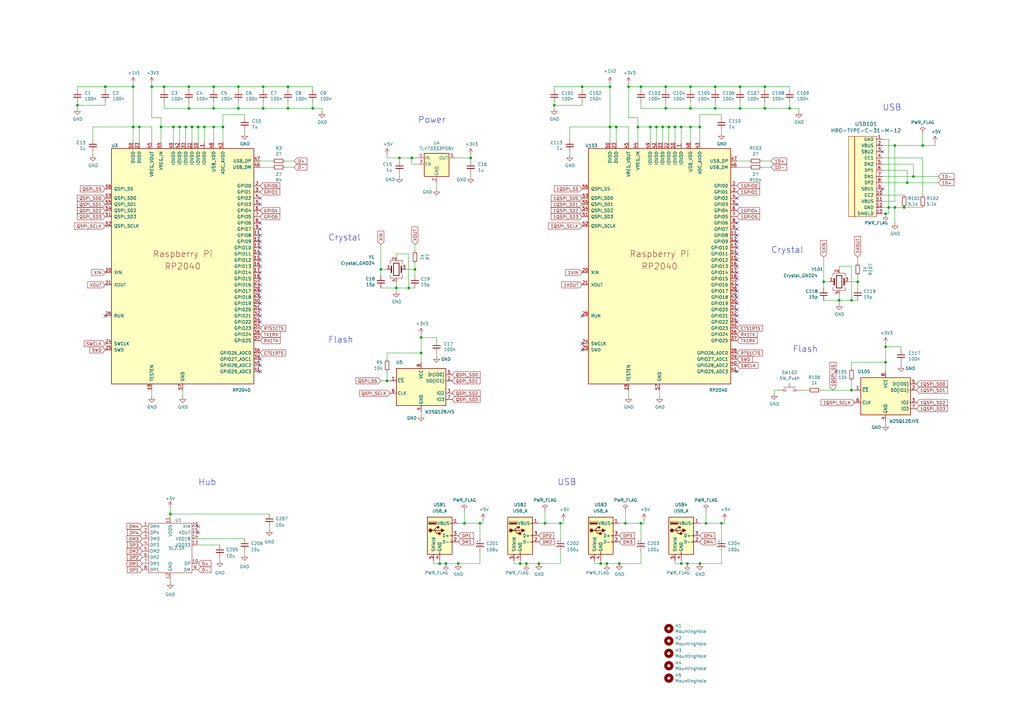
<source format=kicad_sch>
(kicad_sch (version 20230121) (generator eeschema)
  (paper "A3")
  (lib_symbols
    (symbol "+5V_1" (power) (pin_names (offset 0))
      (property "Value" "+5V_1" (at 0 3.556 0))
      (symbol "+5V_1_1_1"
        (pin power_in line (at 0 0 90) (length 0) hide (name "+5V") (number "1"))
      )
    )
    (symbol "Connector:USB_A" (pin_names (offset 1.016))
      (property "Reference" "J" (at -5.08 11.43 0))
      (property "Value" "USB_A" (at -5.08 8.89 0))
      (symbol "USB_A_1_1"
        (pin power_in line (at 7.62 5.08 180) (length 2.54) (name "VBUS") (number "1"))
        (pin bidirectional line (at 7.62 -2.54 180) (length 2.54) (name "D-") (number "2"))
        (pin bidirectional line (at 7.62 0 180) (length 2.54) (name "D+") (number "3"))
        (pin power_in line (at 0 -10.16 90) (length 2.54) (name "GND") (number "4"))
        (pin passive line (at -2.54 -10.16 90) (length 2.54) (name "Shield") (number "5"))
      )
    )
    (symbol "Device:C_Polarized_Small_US" (pin_numbers hide) (pin_names (offset 0.254) hide)
      (property "Reference" "C" (at 0.254 1.778 0))
      (property "Value" "C_Polarized_Small_US" (at 0.254 -2.032 0))
      (symbol "C_Polarized_Small_US_1_1"
        (pin passive line (at 0 2.54 270) (length 2.032) (name "~") (number "1"))
        (pin passive line (at 0 -2.54 90) (length 2.032) (name "~") (number "2"))
      )
    )
    (symbol "Device:C_Small" (pin_numbers hide) (pin_names (offset 0.254) hide)
      (property "Reference" "C" (at 0.254 1.778 0))
      (property "Value" "C_Small" (at 0.254 -2.032 0))
      (symbol "C_Small_1_1"
        (pin passive line (at 0 2.54 270) (length 2.032) (name "~") (number "1"))
        (pin passive line (at 0 -2.54 90) (length 2.032) (name "~") (number "2"))
      )
    )
    (symbol "Device:Crystal_GND24" (pin_names (offset 1.016) hide)
      (property "Reference" "Y" (at 3.175 5.08 0))
      (property "Value" "Crystal_GND24" (at 3.175 3.175 0))
      (symbol "Crystal_GND24_1_1"
        (pin passive line (at -3.81 0 0) (length 1.27) (name "1") (number "1"))
        (pin passive line (at 0 5.08 270) (length 1.27) (name "2") (number "2"))
        (pin passive line (at 3.81 0 180) (length 1.27) (name "3") (number "3"))
        (pin passive line (at 0 -5.08 90) (length 1.27) (name "4") (number "4"))
      )
    )
    (symbol "Device:R_Small" (pin_numbers hide) (pin_names (offset 0.254) hide)
      (property "Reference" "R" (at 0.762 0.508 0))
      (property "Value" "R_Small" (at 0.762 -1.016 0))
      (symbol "R_Small_1_1"
        (pin passive line (at 0 2.54 270) (length 0.762) (name "~") (number "1"))
        (pin passive line (at 0 -2.54 90) (length 0.762) (name "~") (number "2"))
      )
    )
    (symbol "GND_1" (power) (pin_names (offset 0))
      (property "Value" "GND_1" (at 0 -3.81 0))
      (symbol "GND_1_1_1"
        (pin power_in line (at 0 0 270) (length 0) hide (name "GND") (number "1"))
      )
    )
    (symbol "GND_2" (power) (pin_names (offset 0))
      (property "Value" "GND_2" (at 0 -3.81 0))
      (symbol "GND_2_1_1"
        (pin power_in line (at 0 0 270) (length 0) hide (name "GND") (number "1"))
      )
    )
    (symbol "GND_4" (power) (pin_names (offset 0))
      (property "Value" "GND_4" (at 0 -3.81 0))
      (symbol "GND_4_1_1"
        (pin power_in line (at 0 0 270) (length 0) hide (name "GND") (number "1"))
      )
    )
    (symbol "Mechanical:MountingHole" (pin_names (offset 1.016))
      (property "Reference" "H" (at 0 5.08 0))
      (property "Value" "MountingHole" (at 0 3.175 0))
    )
    (symbol "Memory_Flash:W25Q128JVS"
      (property "Reference" "U" (at -8.89 8.89 0))
      (property "Value" "W25Q128JVS" (at 7.62 8.89 0))
      (symbol "W25Q128JVS_1_1"
        (pin input line (at -12.7 2.54 0) (length 2.54) (name "~{CS}") (number "1"))
        (pin bidirectional line (at 12.7 2.54 180) (length 2.54) (name "DO(IO1)") (number "2"))
        (pin bidirectional line (at 12.7 -2.54 180) (length 2.54) (name "IO2") (number "3"))
        (pin power_in line (at 0 -10.16 90) (length 2.54) (name "GND") (number "4"))
        (pin bidirectional line (at 12.7 5.08 180) (length 2.54) (name "DI(IO0)") (number "5"))
        (pin input line (at -12.7 -2.54 0) (length 2.54) (name "CLK") (number "6"))
        (pin bidirectional line (at 12.7 -5.08 180) (length 2.54) (name "IO3") (number "7"))
        (pin power_in line (at 0 10.16 270) (length 2.54) (name "VCC") (number "8"))
      )
    )
    (symbol "RP2040:RP2040" (pin_names (offset 1.016))
      (property "Reference" "U" (at -29.21 49.53 0))
      (property "Value" "RP2040" (at 24.13 -49.53 0))
      (symbol "RP2040_0_0"
        (text "Raspberry Pi" (at 0 5.08 0) (effects (font (size 2.54 2.54))))
        (text "RP2040" (at 0 0 0) (effects (font (size 2.54 2.54))))
      )
      (symbol "RP2040_1_1"
        (pin power_in line (at 8.89 50.8 270) (length 2.54) (name "IOVDD") (number "1"))
        (pin power_in line (at 6.35 50.8 270) (length 2.54) (name "IOVDD") (number "10"))
        (pin bidirectional line (at 31.75 12.7 180) (length 2.54) (name "GPIO8") (number "11"))
        (pin bidirectional line (at 31.75 10.16 180) (length 2.54) (name "GPIO9") (number "12"))
        (pin bidirectional line (at 31.75 7.62 180) (length 2.54) (name "GPIO10") (number "13"))
        (pin bidirectional line (at 31.75 5.08 180) (length 2.54) (name "GPIO11") (number "14"))
        (pin bidirectional line (at 31.75 2.54 180) (length 2.54) (name "GPIO12") (number "15"))
        (pin bidirectional line (at 31.75 0 180) (length 2.54) (name "GPIO13") (number "16"))
        (pin bidirectional line (at 31.75 -2.54 180) (length 2.54) (name "GPIO14") (number "17"))
        (pin bidirectional line (at 31.75 -5.08 180) (length 2.54) (name "GPIO15") (number "18"))
        (pin passive line (at -12.7 -50.8 90) (length 2.54) (name "TESTEN") (number "19"))
        (pin bidirectional line (at 31.75 33.02 180) (length 2.54) (name "GPIO0") (number "2"))
        (pin input line (at -31.75 -2.54 0) (length 2.54) (name "XIN") (number "20"))
        (pin passive line (at -31.75 -7.62 0) (length 2.54) (name "XOUT") (number "21"))
        (pin power_in line (at 3.81 50.8 270) (length 2.54) (name "IOVDD") (number "22"))
        (pin power_in line (at -17.78 50.8 270) (length 2.54) (name "DVDD") (number "23"))
        (pin output line (at -31.75 -31.75 0) (length 2.54) (name "SWCLK") (number "24"))
        (pin bidirectional line (at -31.75 -34.29 0) (length 2.54) (name "SWD") (number "25"))
        (pin input line (at -31.75 -20.32 0) (length 2.54) (name "RUN") (number "26"))
        (pin bidirectional line (at 31.75 -7.62 180) (length 2.54) (name "GPIO16") (number "27"))
        (pin bidirectional line (at 31.75 -10.16 180) (length 2.54) (name "GPIO17") (number "28"))
        (pin bidirectional line (at 31.75 -12.7 180) (length 2.54) (name "GPIO18") (number "29"))
        (pin bidirectional line (at 31.75 30.48 180) (length 2.54) (name "GPIO1") (number "3"))
        (pin bidirectional line (at 31.75 -15.24 180) (length 2.54) (name "GPIO19") (number "30"))
        (pin bidirectional line (at 31.75 -17.78 180) (length 2.54) (name "GPIO20") (number "31"))
        (pin bidirectional line (at 31.75 -20.32 180) (length 2.54) (name "GPIO21") (number "32"))
        (pin power_in line (at 1.27 50.8 270) (length 2.54) (name "IOVDD") (number "33"))
        (pin bidirectional line (at 31.75 -22.86 180) (length 2.54) (name "GPIO22") (number "34"))
        (pin bidirectional line (at 31.75 -25.4 180) (length 2.54) (name "GPIO23") (number "35"))
        (pin bidirectional line (at 31.75 -27.94 180) (length 2.54) (name "GPIO24") (number "36"))
        (pin bidirectional line (at 31.75 -30.48 180) (length 2.54) (name "GPIO25") (number "37"))
        (pin bidirectional line (at 31.75 -35.56 180) (length 2.54) (name "GPIO26_ADC0") (number "38"))
        (pin bidirectional line (at 31.75 -38.1 180) (length 2.54) (name "GPIO27_ADC1") (number "39"))
        (pin bidirectional line (at 31.75 27.94 180) (length 2.54) (name "GPIO2") (number "4"))
        (pin bidirectional line (at 31.75 -40.64 180) (length 2.54) (name "GPIO28_ADC2") (number "40"))
        (pin bidirectional line (at 31.75 -43.18 180) (length 2.54) (name "GPIO29_ADC3") (number "41"))
        (pin power_in line (at -1.27 50.8 270) (length 2.54) (name "IOVDD") (number "42"))
        (pin power_in line (at 16.51 50.8 270) (length 2.54) (name "ADC_AVDD") (number "43"))
        (pin power_in line (at -8.89 50.8 270) (length 2.54) (name "VREG_IN") (number "44"))
        (pin power_out line (at -12.7 50.8 270) (length 2.54) (name "VREG_VOUT") (number "45"))
        (pin bidirectional line (at 31.75 40.64 180) (length 2.54) (name "USB_DM") (number "46"))
        (pin bidirectional line (at 31.75 43.18 180) (length 2.54) (name "USB_DP") (number "47"))
        (pin power_in line (at 12.7 50.8 270) (length 2.54) (name "USB_VDD") (number "48"))
        (pin power_in line (at -3.81 50.8 270) (length 2.54) (name "IOVDD") (number "49"))
        (pin bidirectional line (at 31.75 25.4 180) (length 2.54) (name "GPIO3") (number "5"))
        (pin power_in line (at -20.32 50.8 270) (length 2.54) (name "DVDD") (number "50"))
        (pin bidirectional line (at -31.75 20.32 0) (length 2.54) (name "QSPI_SD3") (number "51"))
        (pin output line (at -31.75 16.51 0) (length 2.54) (name "QSPI_SCLK") (number "52"))
        (pin bidirectional line (at -31.75 27.94 0) (length 2.54) (name "QSPI_SD0") (number "53"))
        (pin bidirectional line (at -31.75 22.86 0) (length 2.54) (name "QSPI_SD2") (number "54"))
        (pin bidirectional line (at -31.75 25.4 0) (length 2.54) (name "QSPI_SD1") (number "55"))
        (pin bidirectional line (at -31.75 31.75 0) (length 2.54) (name "QSPI_SS") (number "56"))
        (pin power_in line (at 0 -50.8 90) (length 2.54) (name "GND") (number "57"))
        (pin bidirectional line (at 31.75 22.86 180) (length 2.54) (name "GPIO4") (number "6"))
        (pin bidirectional line (at 31.75 20.32 180) (length 2.54) (name "GPIO5") (number "7"))
        (pin bidirectional line (at 31.75 17.78 180) (length 2.54) (name "GPIO6") (number "8"))
        (pin bidirectional line (at 31.75 15.24 180) (length 2.54) (name "GPIO7") (number "9"))
      )
    )
    (symbol "Regulator_Linear:TLV73333PDBV" (pin_names (offset 0.254))
      (property "Reference" "U" (at -3.81 5.715 0))
      (property "Value" "TLV73333PDBV" (at 0 5.715 0))
      (symbol "TLV73333PDBV_1_1"
        (pin power_in line (at -7.62 2.54 0) (length 2.54) (name "IN") (number "1"))
        (pin power_in line (at 0 -7.62 90) (length 2.54) (name "GND") (number "2"))
        (pin input line (at -7.62 0 0) (length 2.54) (name "EN") (number "3"))
        (pin no_connect line (at 5.08 0 180) (length 2.54) hide (name "NC") (number "4"))
        (pin power_out line (at 7.62 2.54 180) (length 2.54) (name "OUT") (number "5"))
      )
    )
    (symbol "SL2.1A:SL2.1A"
      (property "Reference" "U" (at 0 0 0))
      (property "Value" "SL2.1A" (at 2.54 0 0))
      (symbol "SL2.1A_1_1"
        (pin bidirectional line (at -11.43 8.89 0) (length 2.54) (name "DM4") (number "1"))
        (pin bidirectional line (at 11.43 -6.35 180) (length 2.54) (name "DP") (number "10"))
        (pin power_in line (at 0 12.7 270) (length 2.54) (name "VDD5") (number "11"))
        (pin power_in line (at 0 -12.7 90) (length 2.54) (name "GND") (number "12"))
        (pin power_out line (at 11.43 1.27 180) (length 2.54) (name "VDD33") (number "13"))
        (pin power_out line (at 11.43 3.81 180) (length 2.54) (name "VDD18") (number "14"))
        (pin unspecified line (at 11.43 6.35 180) (length 2.54) (name "XOUT") (number "15"))
        (pin unspecified line (at 11.43 8.89 180) (length 2.54) (name "XIN") (number "16"))
        (pin bidirectional line (at -11.43 6.35 0) (length 2.54) (name "DP4") (number "2"))
        (pin bidirectional line (at -11.43 3.81 0) (length 2.54) (name "DM3") (number "3"))
        (pin bidirectional line (at -11.43 1.27 0) (length 2.54) (name "DP3") (number "4"))
        (pin bidirectional line (at -11.43 -1.27 0) (length 2.54) (name "DM2") (number "5"))
        (pin bidirectional line (at -11.43 -3.81 0) (length 2.54) (name "DP2") (number "6"))
        (pin bidirectional line (at -11.43 -6.35 0) (length 2.54) (name "DM1") (number "7"))
        (pin bidirectional line (at -11.43 -8.89 0) (length 2.54) (name "DP1") (number "8"))
        (pin bidirectional line (at 11.43 -8.89 180) (length 2.54) (name "DM") (number "9"))
      )
    )
    (symbol "Switch:SW_Push" (pin_numbers hide) (pin_names (offset 1.016) hide)
      (property "Reference" "SW" (at 1.27 2.54 0))
      (property "Value" "SW_Push" (at 0 -1.524 0))
      (symbol "SW_Push_0_1"
        (pin passive line (at -5.08 0 0) (length 2.54) (name "1") (number "1"))
        (pin passive line (at 5.08 0 180) (length 2.54) (name "2") (number "2"))
      )
    )
    (symbol "Type-C:HRO-TYPE-C-31-M-12" (pin_names (offset 1.016))
      (property "Reference" "USB" (at -5.08 16.51 0))
      (property "Value" "HRO-TYPE-C-31-M-12" (at -10.16 -1.27 90))
      (symbol "HRO-TYPE-C-31-M-12_1_1"
        (pin input line (at 2.54 13.97 180) (length 2.54) (name "GND") (number "1"))
        (pin input line (at 2.54 -8.89 180) (length 2.54) (name "CC2") (number "10"))
        (pin input line (at 2.54 -11.43 180) (length 2.54) (name "VBUS") (number "11"))
        (pin input line (at 2.54 -13.97 180) (length 2.54) (name "GND") (number "12"))
        (pin input line (at 2.54 -16.51 180) (length 2.54) (name "SHIELD") (number "13"))
        (pin input line (at 2.54 11.43 180) (length 2.54) (name "VBUS") (number "2"))
        (pin input line (at 2.54 8.89 180) (length 2.54) (name "SBU2") (number "3"))
        (pin input line (at 2.54 6.35 180) (length 2.54) (name "CC1") (number "4"))
        (pin input line (at 2.54 3.81 180) (length 2.54) (name "DN2") (number "5"))
        (pin input line (at 2.54 1.27 180) (length 2.54) (name "DP1") (number "6"))
        (pin input line (at 2.54 -1.27 180) (length 2.54) (name "DN1") (number "7"))
        (pin input line (at 2.54 -3.81 180) (length 2.54) (name "DP2") (number "8"))
        (pin input line (at 2.54 -6.35 180) (length 2.54) (name "SBU1") (number "9"))
      )
    )
    (symbol "power:+1V1" (power) (pin_names (offset 0))
      (property "Value" "+1V1" (at 0 3.556 0))
      (symbol "+1V1_1_1"
        (pin power_in line (at 0 0 90) (length 0) hide (name "+1V1") (number "1"))
      )
    )
    (symbol "power:+1V2" (power) (pin_names (offset 0))
      (property "Value" "+1V2" (at 0 3.556 0))
      (symbol "+1V2_1_1"
        (pin power_in line (at 0 0 90) (length 0) hide (name "+1V2") (number "1"))
      )
    )
    (symbol "power:+3V3" (power) (pin_names (offset 0))
      (property "Value" "+3V3" (at 0 3.556 0))
      (symbol "+3V3_1_1"
        (pin power_in line (at 0 0 90) (length 0) hide (name "+3V3") (number "1"))
      )
    )
    (symbol "power:+5V" (power) (pin_names (offset 0))
      (property "Value" "+5V" (at 0 3.556 0))
      (symbol "+5V_1_1"
        (pin power_in line (at 0 0 90) (length 0) hide (name "+5V") (number "1"))
      )
    )
    (symbol "power:GND" (power) (pin_names (offset 0))
      (property "Value" "GND" (at 0 -3.81 0))
      (symbol "GND_1_1"
        (pin power_in line (at 0 0 270) (length 0) hide (name "GND") (number "1"))
      )
    )
    (symbol "power:PWR_FLAG" (power) (pin_numbers hide) (pin_names (offset 0) hide)
      (property "Value" "PWR_FLAG" (at 0 3.81 0))
      (symbol "PWR_FLAG_0_0"
        (pin power_out line (at 0 0 90) (length 0) (name "pwr") (number "1"))
      )
    )
  )
  (junction (at 87.63 35.56))
  (junction (at 351.79 115.57))
  (junction (at 73.66 52.07))
  (junction (at 283.21 44.45))
  (junction (at 91.44 52.07))
  (junction (at 323.85 44.45))
  (junction (at 69.85 210.82))
  (junction (at 71.12 52.07))
  (junction (at 273.05 35.56))
  (junction (at 363.22 87.63))
  (junction (at 281.94 231.14))
  (junction (at 87.63 44.45))
  (junction (at 77.47 44.45))
  (junction (at 256.54 214.63))
  (junction (at 372.11 74.93))
  (junction (at 87.63 52.07))
  (junction (at 62.23 35.56))
  (junction (at 167.64 118.11))
  (junction (at 289.56 214.63))
  (junction (at 262.89 35.56))
  (junction (at 363.22 148.59))
  (junction (at 287.02 231.14))
  (junction (at 273.05 44.45))
  (junction (at 261.62 52.07))
  (junction (at 107.95 44.45))
  (junction (at 187.96 231.14))
  (junction (at 313.69 35.56))
  (junction (at 364.49 85.09))
  (junction (at 269.24 52.07))
  (junction (at 118.11 44.45))
  (junction (at 252.73 52.07))
  (junction (at 283.21 52.07))
  (junction (at 279.4 231.14))
  (junction (at 374.65 72.39))
  (junction (at 303.53 44.45))
  (junction (at 67.31 35.56))
  (junction (at 293.37 44.45))
  (junction (at 193.04 64.77))
  (junction (at 180.34 231.14))
  (junction (at 168.91 64.77))
  (junction (at 76.2 52.07))
  (junction (at 238.76 35.56))
  (junction (at 254 231.14))
  (junction (at 213.36 231.14))
  (junction (at 283.21 35.56))
  (junction (at 190.5 214.63))
  (junction (at 31.75 43.18))
  (junction (at 81.28 52.07))
  (junction (at 97.79 35.56))
  (junction (at 54.61 52.07))
  (junction (at 367.03 59.69))
  (junction (at 172.72 138.43))
  (junction (at 257.81 35.56))
  (junction (at 344.17 123.19))
  (junction (at 78.74 52.07))
  (junction (at 293.37 35.56))
  (junction (at 274.32 52.07))
  (junction (at 227.33 43.18))
  (junction (at 349.25 160.02))
  (junction (at 287.02 52.07))
  (junction (at 276.86 52.07))
  (junction (at 163.83 64.77))
  (junction (at 378.46 59.69))
  (junction (at 295.91 214.63))
  (junction (at 43.18 35.56))
  (junction (at 220.98 231.14))
  (junction (at 279.4 52.07))
  (junction (at 248.92 231.14))
  (junction (at 97.79 44.45))
  (junction (at 303.53 35.56))
  (junction (at 182.88 231.14))
  (junction (at 128.27 44.45))
  (junction (at 158.75 156.21))
  (junction (at 172.72 144.78))
  (junction (at 215.9 231.14))
  (junction (at 250.19 52.07))
  (junction (at 107.95 35.56))
  (junction (at 66.04 52.07))
  (junction (at 262.89 214.63))
  (junction (at 363.22 142.24))
  (junction (at 162.56 118.11))
  (junction (at 83.82 52.07))
  (junction (at 266.7 52.07))
  (junction (at 349.25 123.19))
  (junction (at 54.61 35.56))
  (junction (at 271.78 52.07))
  (junction (at 118.11 35.56))
  (junction (at 223.52 214.63))
  (junction (at 229.87 214.63))
  (junction (at 246.38 231.14))
  (junction (at 370.84 85.09))
  (junction (at 250.19 35.56))
  (junction (at 337.82 115.57))
  (junction (at 313.69 44.45))
  (junction (at 77.47 35.56))
  (junction (at 367.03 85.09))
  (junction (at 156.21 110.49))
  (junction (at 170.18 110.49))
  (junction (at 196.85 214.63))
  (junction (at 57.15 52.07))
  (no_connect (at 238.76 143.51))
  (no_connect (at 302.26 116.84))
  (no_connect (at 302.26 132.08))
  (no_connect (at 302.26 109.22))
  (no_connect (at 238.76 140.97))
  (no_connect (at 106.68 149.86))
  (no_connect (at 106.68 96.52))
  (no_connect (at 302.26 111.76))
  (no_connect (at 81.28 215.9))
  (no_connect (at 302.26 114.3))
  (no_connect (at 106.68 119.38))
  (no_connect (at 302.26 83.82))
  (no_connect (at 106.68 124.46))
  (no_connect (at 238.76 129.54))
  (no_connect (at 302.26 129.54))
  (no_connect (at 302.26 99.06))
  (no_connect (at 302.26 106.68))
  (no_connect (at 106.68 81.28))
  (no_connect (at 106.68 104.14))
  (no_connect (at 302.26 81.28))
  (no_connect (at 302.26 152.4))
  (no_connect (at 106.68 101.6))
  (no_connect (at 302.26 91.44))
  (no_connect (at 81.28 218.44))
  (no_connect (at 302.26 124.46))
  (no_connect (at 106.68 147.32))
  (no_connect (at 106.68 116.84))
  (no_connect (at 302.26 93.98))
  (no_connect (at 106.68 132.08))
  (no_connect (at 106.68 121.92))
  (no_connect (at 302.26 127))
  (no_connect (at 106.68 83.82))
  (no_connect (at 361.95 77.47))
  (no_connect (at 106.68 114.3))
  (no_connect (at 43.18 129.54))
  (no_connect (at 106.68 129.54))
  (no_connect (at 302.26 96.52))
  (no_connect (at 302.26 119.38))
  (no_connect (at 106.68 106.68))
  (no_connect (at 106.68 109.22))
  (no_connect (at 361.95 62.23))
  (no_connect (at 106.68 91.44))
  (no_connect (at 302.26 121.92))
  (no_connect (at 106.68 127))
  (no_connect (at 302.26 104.14))
  (no_connect (at 106.68 111.76))
  (no_connect (at 106.68 93.98))
  (no_connect (at 302.26 101.6))
  (no_connect (at 106.68 99.06))
  (no_connect (at 106.68 152.4))
  (wire (pts (xy 328.93 160.02) (xy 331.47 160.02)))
  (wire (pts (xy 67.31 36.83) (xy 67.31 35.56)))
  (wire (pts (xy 269.24 52.07) (xy 271.78 52.07)))
  (wire (pts (xy 317.5 160.02) (xy 318.77 160.02)))
  (wire (pts (xy 279.4 52.07) (xy 283.21 52.07)))
  (wire (pts (xy 81.28 52.07) (xy 83.82 52.07)))
  (wire (pts (xy 62.23 35.56) (xy 67.31 35.56)))
  (wire (pts (xy 233.68 62.23) (xy 233.68 63.5)))
  (wire (pts (xy 162.56 104.14) (xy 167.64 104.14)))
  (wire (pts (xy 274.32 52.07) (xy 276.86 52.07)))
  (wire (pts (xy 293.37 36.83) (xy 293.37 35.56)))
  (wire (pts (xy 132.08 44.45) (xy 132.08 45.72)))
  (wire (pts (xy 231.14 214.63) (xy 231.14 213.36)))
  (wire (pts (xy 246.38 229.87) (xy 246.38 231.14)))
  (wire (pts (xy 295.91 214.63) (xy 297.18 214.63)))
  (wire (pts (xy 87.63 35.56) (xy 97.79 35.56)))
  (wire (pts (xy 367.03 59.69) (xy 378.46 59.69)))
  (wire (pts (xy 349.25 156.21) (xy 349.25 160.02)))
  (wire (pts (xy 66.04 52.07) (xy 71.12 52.07)))
  (wire (pts (xy 180.34 229.87) (xy 180.34 231.14)))
  (wire (pts (xy 107.95 35.56) (xy 118.11 35.56)))
  (wire (pts (xy 107.95 44.45) (xy 118.11 44.45)))
  (wire (pts (xy 180.34 231.14) (xy 182.88 231.14)))
  (wire (pts (xy 81.28 220.98) (xy 100.33 220.98)))
  (wire (pts (xy 378.46 54.61) (xy 378.46 59.69)))
  (wire (pts (xy 337.82 123.19) (xy 344.17 123.19)))
  (wire (pts (xy 313.69 44.45) (xy 323.85 44.45)))
  (wire (pts (xy 303.53 35.56) (xy 313.69 35.56)))
  (wire (pts (xy 62.23 160.02) (xy 62.23 162.56)))
  (wire (pts (xy 97.79 41.91) (xy 97.79 44.45)))
  (wire (pts (xy 179.07 144.78) (xy 179.07 146.05)))
  (wire (pts (xy 227.33 43.18) (xy 238.76 43.18)))
  (wire (pts (xy 186.69 64.77) (xy 193.04 64.77)))
  (wire (pts (xy 227.33 35.56) (xy 238.76 35.56)))
  (wire (pts (xy 162.56 105.41) (xy 162.56 104.14)))
  (wire (pts (xy 295.91 214.63) (xy 295.91 220.98)))
  (wire (pts (xy 256.54 214.63) (xy 262.89 214.63)))
  (wire (pts (xy 270.51 160.02) (xy 270.51 162.56)))
  (wire (pts (xy 107.95 36.83) (xy 107.95 35.56)))
  (wire (pts (xy 229.87 214.63) (xy 231.14 214.63)))
  (wire (pts (xy 262.89 214.63) (xy 262.89 220.98)))
  (wire (pts (xy 193.04 64.77) (xy 193.04 66.04)))
  (wire (pts (xy 295.91 226.06) (xy 295.91 231.14)))
  (wire (pts (xy 172.72 168.91) (xy 172.72 170.18)))
  (wire (pts (xy 167.64 104.14) (xy 167.64 118.11)))
  (wire (pts (xy 171.45 64.77) (xy 168.91 64.77)))
  (wire (pts (xy 118.11 44.45) (xy 128.27 44.45)))
  (wire (pts (xy 273.05 41.91) (xy 273.05 44.45)))
  (wire (pts (xy 283.21 58.42) (xy 283.21 52.07)))
  (wire (pts (xy 97.79 35.56) (xy 107.95 35.56)))
  (wire (pts (xy 91.44 52.07) (xy 91.44 58.42)))
  (wire (pts (xy 337.82 105.41) (xy 337.82 115.57)))
  (wire (pts (xy 54.61 52.07) (xy 54.61 58.42)))
  (wire (pts (xy 266.7 52.07) (xy 269.24 52.07)))
  (wire (pts (xy 128.27 36.83) (xy 128.27 35.56)))
  (wire (pts (xy 349.25 109.22) (xy 349.25 123.19)))
  (wire (pts (xy 128.27 41.91) (xy 128.27 44.45)))
  (wire (pts (xy 213.36 229.87) (xy 213.36 231.14)))
  (wire (pts (xy 252.73 52.07) (xy 257.81 52.07)))
  (wire (pts (xy 172.72 138.43) (xy 179.07 138.43)))
  (wire (pts (xy 323.85 41.91) (xy 323.85 44.45)))
  (wire (pts (xy 302.26 68.58) (xy 307.34 68.58)))
  (wire (pts (xy 313.69 36.83) (xy 313.69 35.56)))
  (wire (pts (xy 158.75 156.21) (xy 160.02 156.21)))
  (wire (pts (xy 367.03 82.55) (xy 361.95 82.55)))
  (wire (pts (xy 83.82 58.42) (xy 83.82 52.07)))
  (wire (pts (xy 266.7 58.42) (xy 266.7 52.07)))
  (wire (pts (xy 196.85 214.63) (xy 196.85 220.98)))
  (wire (pts (xy 323.85 44.45) (xy 327.66 44.45)))
  (wire (pts (xy 384.81 72.39) (xy 374.65 72.39)))
  (wire (pts (xy 43.18 43.18) (xy 43.18 41.91)))
  (wire (pts (xy 283.21 36.83) (xy 283.21 35.56)))
  (wire (pts (xy 378.46 85.09) (xy 370.84 85.09)))
  (wire (pts (xy 71.12 52.07) (xy 73.66 52.07)))
  (wire (pts (xy 163.83 64.77) (xy 168.91 64.77)))
  (wire (pts (xy 252.73 52.07) (xy 252.73 58.42)))
  (wire (pts (xy 172.72 144.78) (xy 172.72 148.59)))
  (wire (pts (xy 344.17 110.49) (xy 344.17 109.22)))
  (wire (pts (xy 198.12 214.63) (xy 198.12 213.36)))
  (wire (pts (xy 87.63 58.42) (xy 87.63 52.07)))
  (wire (pts (xy 327.66 44.45) (xy 327.66 45.72)))
  (wire (pts (xy 276.86 229.87) (xy 276.86 231.14)))
  (wire (pts (xy 158.75 144.78) (xy 172.72 144.78)))
  (wire (pts (xy 106.68 68.58) (xy 111.76 68.58)))
  (wire (pts (xy 287.02 52.07) (xy 287.02 58.42)))
  (wire (pts (xy 351.79 115.57) (xy 351.79 118.11)))
  (wire (pts (xy 289.56 214.63) (xy 295.91 214.63)))
  (wire (pts (xy 279.4 231.14) (xy 281.94 231.14)))
  (wire (pts (xy 223.52 209.55) (xy 223.52 214.63)))
  (wire (pts (xy 233.68 57.15) (xy 233.68 52.07)))
  (wire (pts (xy 62.23 52.07) (xy 62.23 58.42)))
  (wire (pts (xy 223.52 214.63) (xy 229.87 214.63)))
  (wire (pts (xy 196.85 214.63) (xy 198.12 214.63)))
  (wire (pts (xy 166.37 110.49) (xy 170.18 110.49)))
  (wire (pts (xy 367.03 59.69) (xy 367.03 82.55)))
  (wire (pts (xy 229.87 231.14) (xy 220.98 231.14)))
  (wire (pts (xy 162.56 115.57) (xy 162.56 118.11)))
  (wire (pts (xy 76.2 52.07) (xy 78.74 52.07)))
  (wire (pts (xy 167.64 118.11) (xy 162.56 118.11)))
  (wire (pts (xy 156.21 110.49) (xy 156.21 113.03)))
  (wire (pts (xy 170.18 110.49) (xy 170.18 113.03)))
  (wire (pts (xy 87.63 41.91) (xy 87.63 44.45)))
  (wire (pts (xy 344.17 120.65) (xy 344.17 123.19)))
  (wire (pts (xy 378.46 59.69) (xy 383.54 59.69)))
  (wire (pts (xy 91.44 46.99) (xy 100.33 46.99)))
  (wire (pts (xy 340.36 115.57) (xy 337.82 115.57)))
  (wire (pts (xy 262.89 214.63) (xy 264.16 214.63)))
  (wire (pts (xy 31.75 35.56) (xy 43.18 35.56)))
  (wire (pts (xy 283.21 44.45) (xy 293.37 44.45)))
  (wire (pts (xy 347.98 115.57) (xy 351.79 115.57)))
  (wire (pts (xy 257.81 35.56) (xy 262.89 35.56)))
  (wire (pts (xy 261.62 52.07) (xy 261.62 48.26)))
  (wire (pts (xy 295.91 48.26) (xy 295.91 46.99)))
  (wire (pts (xy 66.04 58.42) (xy 66.04 52.07)))
  (wire (pts (xy 87.63 44.45) (xy 97.79 44.45)))
  (wire (pts (xy 170.18 110.49) (xy 170.18 107.95)))
  (wire (pts (xy 361.95 72.39) (xy 374.65 72.39)))
  (wire (pts (xy 229.87 214.63) (xy 229.87 220.98)))
  (wire (pts (xy 170.18 102.87) (xy 170.18 100.33)))
  (wire (pts (xy 227.33 41.91) (xy 227.33 43.18)))
  (wire (pts (xy 163.83 71.12) (xy 163.83 72.39)))
  (wire (pts (xy 43.18 36.83) (xy 43.18 35.56)))
  (wire (pts (xy 302.26 66.04) (xy 307.34 66.04)))
  (wire (pts (xy 361.95 59.69) (xy 367.03 59.69)))
  (wire (pts (xy 374.65 67.31) (xy 374.65 72.39)))
  (wire (pts (xy 31.75 43.18) (xy 31.75 44.45)))
  (wire (pts (xy 100.33 227.33) (xy 100.33 226.06)))
  (wire (pts (xy 364.49 85.09) (xy 367.03 85.09)))
  (wire (pts (xy 262.89 35.56) (xy 273.05 35.56)))
  (wire (pts (xy 210.82 229.87) (xy 210.82 231.14)))
  (wire (pts (xy 261.62 58.42) (xy 261.62 52.07)))
  (wire (pts (xy 384.81 74.93) (xy 372.11 74.93)))
  (wire (pts (xy 261.62 52.07) (xy 266.7 52.07)))
  (wire (pts (xy 158.75 152.4) (xy 158.75 156.21)))
  (wire (pts (xy 262.89 226.06) (xy 262.89 231.14)))
  (wire (pts (xy 179.07 138.43) (xy 179.07 139.7)))
  (wire (pts (xy 77.47 36.83) (xy 77.47 35.56)))
  (wire (pts (xy 73.66 58.42) (xy 73.66 52.07)))
  (wire (pts (xy 369.57 142.24) (xy 369.57 143.51)))
  (wire (pts (xy 262.89 41.91) (xy 262.89 44.45)))
  (wire (pts (xy 273.05 36.83) (xy 273.05 35.56)))
  (wire (pts (xy 273.05 44.45) (xy 283.21 44.45)))
  (wire (pts (xy 77.47 35.56) (xy 87.63 35.56)))
  (wire (pts (xy 312.42 68.58) (xy 316.23 68.58)))
  (wire (pts (xy 69.85 208.28) (xy 69.85 210.82)))
  (wire (pts (xy 156.21 156.21) (xy 158.75 156.21)))
  (wire (pts (xy 162.56 118.11) (xy 162.56 119.38)))
  (wire (pts (xy 227.33 43.18) (xy 227.33 44.45)))
  (wire (pts (xy 69.85 238.76) (xy 69.85 237.49)))
  (wire (pts (xy 303.53 44.45) (xy 313.69 44.45)))
  (wire (pts (xy 81.28 223.52) (xy 90.17 223.52)))
  (wire (pts (xy 289.56 209.55) (xy 289.56 214.63)))
  (wire (pts (xy 283.21 52.07) (xy 287.02 52.07)))
  (wire (pts (xy 73.66 52.07) (xy 76.2 52.07)))
  (wire (pts (xy 276.86 52.07) (xy 279.4 52.07)))
  (wire (pts (xy 57.15 52.07) (xy 57.15 58.42)))
  (wire (pts (xy 273.05 35.56) (xy 283.21 35.56)))
  (wire (pts (xy 378.46 64.77) (xy 378.46 80.01)))
  (wire (pts (xy 67.31 35.56) (xy 77.47 35.56)))
  (wire (pts (xy 279.4 229.87) (xy 279.4 231.14)))
  (wire (pts (xy 118.11 41.91) (xy 118.11 44.45)))
  (wire (pts (xy 271.78 58.42) (xy 271.78 52.07)))
  (wire (pts (xy 250.19 35.56) (xy 250.19 52.07)))
  (wire (pts (xy 97.79 36.83) (xy 97.79 35.56)))
  (wire (pts (xy 276.86 58.42) (xy 276.86 52.07)))
  (wire (pts (xy 372.11 69.85) (xy 372.11 74.93)))
  (wire (pts (xy 363.22 148.59) (xy 363.22 152.4)))
  (wire (pts (xy 106.68 66.04) (xy 111.76 66.04)))
  (wire (pts (xy 69.85 210.82) (xy 110.49 210.82)))
  (wire (pts (xy 361.95 57.15) (xy 364.49 57.15)))
  (wire (pts (xy 128.27 44.45) (xy 132.08 44.45)))
  (wire (pts (xy 90.17 229.87) (xy 90.17 228.6)))
  (wire (pts (xy 156.21 118.11) (xy 162.56 118.11)))
  (wire (pts (xy 77.47 44.45) (xy 67.31 44.45)))
  (wire (pts (xy 246.38 231.14) (xy 248.92 231.14)))
  (wire (pts (xy 193.04 71.12) (xy 193.04 72.39)))
  (wire (pts (xy 351.79 115.57) (xy 351.79 113.03)))
  (wire (pts (xy 78.74 58.42) (xy 78.74 52.07)))
  (wire (pts (xy 361.95 85.09) (xy 364.49 85.09)))
  (wire (pts (xy 179.07 74.93) (xy 179.07 77.47)))
  (wire (pts (xy 283.21 41.91) (xy 283.21 44.45)))
  (wire (pts (xy 262.89 36.83) (xy 262.89 35.56)))
  (wire (pts (xy 256.54 209.55) (xy 256.54 214.63)))
  (wire (pts (xy 257.81 48.26) (xy 257.81 35.56)))
  (wire (pts (xy 193.04 63.5) (xy 193.04 64.77)))
  (wire (pts (xy 77.47 41.91) (xy 77.47 44.45)))
  (wire (pts (xy 163.83 66.04) (xy 163.83 64.77)))
  (wire (pts (xy 261.62 48.26) (xy 257.81 48.26)))
  (wire (pts (xy 76.2 58.42) (xy 76.2 52.07)))
  (wire (pts (xy 349.25 148.59) (xy 363.22 148.59)))
  (wire (pts (xy 97.79 44.45) (xy 107.95 44.45)))
  (wire (pts (xy 383.54 59.69) (xy 383.54 58.42)))
  (wire (pts (xy 172.72 138.43) (xy 172.72 137.16)))
  (wire (pts (xy 293.37 44.45) (xy 303.53 44.45)))
  (wire (pts (xy 190.5 209.55) (xy 190.5 214.63)))
  (wire (pts (xy 91.44 46.99) (xy 91.44 52.07)))
  (wire (pts (xy 361.95 69.85) (xy 372.11 69.85)))
  (wire (pts (xy 171.45 67.31) (xy 168.91 67.31)))
  (wire (pts (xy 262.89 231.14) (xy 254 231.14)))
  (wire (pts (xy 190.5 214.63) (xy 196.85 214.63)))
  (wire (pts (xy 367.03 85.09) (xy 370.84 85.09)))
  (wire (pts (xy 364.49 57.15) (xy 364.49 85.09)))
  (wire (pts (xy 312.42 66.04) (xy 316.23 66.04)))
  (wire (pts (xy 361.95 74.93) (xy 372.11 74.93)))
  (wire (pts (xy 364.49 85.09) (xy 364.49 87.63)))
  (wire (pts (xy 62.23 48.26) (xy 62.23 35.56)))
  (wire (pts (xy 31.75 36.83) (xy 31.75 35.56)))
  (wire (pts (xy 336.55 160.02) (xy 349.25 160.02)))
  (wire (pts (xy 287.02 46.99) (xy 295.91 46.99)))
  (wire (pts (xy 349.25 160.02) (xy 350.52 160.02)))
  (wire (pts (xy 295.91 53.34) (xy 295.91 54.61)))
  (wire (pts (xy 227.33 36.83) (xy 227.33 35.56)))
  (wire (pts (xy 158.75 147.32) (xy 158.75 144.78)))
  (wire (pts (xy 243.84 231.14) (xy 246.38 231.14)))
  (wire (pts (xy 257.81 52.07) (xy 257.81 58.42)))
  (wire (pts (xy 158.75 64.77) (xy 163.83 64.77)))
  (wire (pts (xy 107.95 41.91) (xy 107.95 44.45)))
  (wire (pts (xy 363.22 142.24) (xy 363.22 140.97)))
  (wire (pts (xy 344.17 123.19) (xy 344.17 124.46)))
  (wire (pts (xy 38.1 57.15) (xy 38.1 52.07)))
  (wire (pts (xy 78.74 52.07) (xy 81.28 52.07)))
  (wire (pts (xy 269.24 58.42) (xy 269.24 52.07)))
  (wire (pts (xy 182.88 231.14) (xy 187.96 231.14)))
  (wire (pts (xy 351.79 107.95) (xy 351.79 105.41)))
  (wire (pts (xy 349.25 151.13) (xy 349.25 148.59)))
  (wire (pts (xy 196.85 231.14) (xy 187.96 231.14)))
  (wire (pts (xy 54.61 52.07) (xy 57.15 52.07)))
  (wire (pts (xy 337.82 115.57) (xy 337.82 118.11)))
  (wire (pts (xy 254 214.63) (xy 256.54 214.63)))
  (wire (pts (xy 361.95 64.77) (xy 378.46 64.77)))
  (wire (pts (xy 54.61 35.56) (xy 54.61 52.07)))
  (wire (pts (xy 43.18 35.56) (xy 54.61 35.56)))
  (wire (pts (xy 363.22 172.72) (xy 363.22 173.99)))
  (wire (pts (xy 295.91 231.14) (xy 287.02 231.14)))
  (wire (pts (xy 344.17 109.22) (xy 349.25 109.22)))
  (wire (pts (xy 257.81 160.02) (xy 257.81 162.56)))
  (wire (pts (xy 66.04 52.07) (xy 66.04 48.26)))
  (wire (pts (xy 274.32 58.42) (xy 274.32 52.07)))
  (wire (pts (xy 100.33 48.26) (xy 100.33 46.99)))
  (wire (pts (xy 303.53 41.91) (xy 303.53 44.45)))
  (wire (pts (xy 276.86 231.14) (xy 279.4 231.14)))
  (wire (pts (xy 67.31 41.91) (xy 67.31 44.45)))
  (wire (pts (xy 313.69 35.56) (xy 323.85 35.56)))
  (wire (pts (xy 361.95 80.01) (xy 370.84 80.01)))
  (wire (pts (xy 229.87 226.06) (xy 229.87 231.14)))
  (wire (pts (xy 323.85 36.83) (xy 323.85 35.56)))
  (wire (pts (xy 349.25 123.19) (xy 344.17 123.19)))
  (wire (pts (xy 170.18 118.11) (xy 167.64 118.11)))
  (wire (pts (xy 271.78 52.07) (xy 274.32 52.07)))
  (wire (pts (xy 38.1 62.23) (xy 38.1 63.5)))
  (wire (pts (xy 317.5 160.02) (xy 317.5 161.29)))
  (wire (pts (xy 238.76 43.18) (xy 238.76 41.91)))
  (wire (pts (xy 177.8 231.14) (xy 180.34 231.14)))
  (wire (pts (xy 283.21 35.56) (xy 293.37 35.56)))
  (wire (pts (xy 210.82 231.14) (xy 213.36 231.14)))
  (wire (pts (xy 351.79 123.19) (xy 349.25 123.19)))
  (wire (pts (xy 293.37 35.56) (xy 303.53 35.56)))
  (wire (pts (xy 303.53 36.83) (xy 303.53 35.56)))
  (wire (pts (xy 69.85 210.82) (xy 69.85 212.09)))
  (wire (pts (xy 31.75 43.18) (xy 43.18 43.18)))
  (wire (pts (xy 87.63 52.07) (xy 91.44 52.07)))
  (wire (pts (xy 220.98 214.63) (xy 223.52 214.63)))
  (wire (pts (xy 250.19 34.29) (xy 250.19 35.56)))
  (wire (pts (xy 31.75 41.91) (xy 31.75 43.18)))
  (wire (pts (xy 250.19 52.07) (xy 252.73 52.07)))
  (wire (pts (xy 213.36 231.14) (xy 215.9 231.14)))
  (wire (pts (xy 233.68 52.07) (xy 250.19 52.07)))
  (wire (pts (xy 281.94 231.14) (xy 287.02 231.14)))
  (wire (pts (xy 158.75 110.49) (xy 156.21 110.49)))
  (wire (pts (xy 168.91 67.31) (xy 168.91 64.77)))
  (wire (pts (xy 118.11 35.56) (xy 128.27 35.56)))
  (wire (pts (xy 238.76 36.83) (xy 238.76 35.56)))
  (wire (pts (xy 100.33 53.34) (xy 100.33 54.61)))
  (wire (pts (xy 156.21 100.33) (xy 156.21 110.49)))
  (wire (pts (xy 367.03 91.44) (xy 367.03 85.09)))
  (wire (pts (xy 287.02 214.63) (xy 289.56 214.63)))
  (wire (pts (xy 77.47 44.45) (xy 87.63 44.45)))
  (wire (pts (xy 264.16 214.63) (xy 264.16 213.36)))
  (wire (pts (xy 215.9 231.14) (xy 220.98 231.14)))
  (wire (pts (xy 297.18 214.63) (xy 297.18 213.36)))
  (wire (pts (xy 66.04 48.26) (xy 62.23 48.26)))
  (wire (pts (xy 57.15 52.07) (xy 62.23 52.07)))
  (wire (pts (xy 38.1 52.07) (xy 54.61 52.07)))
  (wire (pts (xy 238.76 35.56) (xy 250.19 35.56)))
  (wire (pts (xy 196.85 226.06) (xy 196.85 231.14)))
  (wire (pts (xy 364.49 87.63) (xy 363.22 87.63)))
  (wire (pts (xy 363.22 142.24) (xy 369.57 142.24)))
  (wire (pts (xy 250.19 52.07) (xy 250.19 58.42)))
  (wire (pts (xy 243.84 229.87) (xy 243.84 231.14)))
  (wire (pts (xy 158.75 64.77) (xy 158.75 63.5)))
  (wire (pts (xy 293.37 41.91) (xy 293.37 44.45)))
  (wire (pts (xy 287.02 46.99) (xy 287.02 52.07)))
  (wire (pts (xy 54.61 34.29) (xy 54.61 35.56)))
  (wire (pts (xy 187.96 214.63) (xy 190.5 214.63)))
  (wire (pts (xy 116.84 68.58) (xy 120.65 68.58)))
  (wire (pts (xy 273.05 44.45) (xy 262.89 44.45)))
  (wire (pts (xy 361.95 67.31) (xy 374.65 67.31)))
  (wire (pts (xy 71.12 58.42) (xy 71.12 52.07)))
  (wire (pts (xy 87.63 36.83) (xy 87.63 35.56)))
  (wire (pts (xy 116.84 66.04) (xy 120.65 66.04)))
  (wire (pts (xy 81.28 58.42) (xy 81.28 52.07)))
  (wire (pts (xy 369.57 148.59) (xy 369.57 149.86)))
  (wire (pts (xy 363.22 148.59) (xy 363.22 142.24)))
  (wire (pts (xy 172.72 144.78) (xy 172.72 138.43)))
  (wire (pts (xy 62.23 34.29) (xy 62.23 35.56)))
  (wire (pts (xy 177.8 229.87) (xy 177.8 231.14)))
  (wire (pts (xy 118.11 36.83) (xy 118.11 35.56)))
  (wire (pts (xy 74.93 160.02) (xy 74.93 162.56)))
  (wire (pts (xy 83.82 52.07) (xy 87.63 52.07)))
  (wire (pts (xy 279.4 58.42) (xy 279.4 52.07)))
  (wire (pts (xy 248.92 231.14) (xy 254 231.14)))
  (wire (pts (xy 313.69 41.91) (xy 313.69 44.45)))
  (wire (pts (xy 257.81 34.29) (xy 257.81 35.56)))
  (wire (pts (xy 110.49 217.17) (xy 110.49 215.9)))
  (wire (pts (xy 363.22 87.63) (xy 361.95 87.63)))
  (text "USB" (at 228.6 199.39 0) (effects (font (size 2.54 2.54)) (justify left bottom)))
  (text "Crystal" (at 316.23 104.14 0) (effects (font (size 2.54 2.54)) (justify left bottom)))
  (text "Hub" (at 81.28 199.39 0) (effects (font (size 2.54 2.54)) (justify left bottom)))
  (text "USB" (at 361.95 45.72 0) (effects (font (size 2.54 2.54)) (justify left bottom)))
  (text "Power" (at 171.45 50.8 0) (effects (font (size 2.54 2.54)) (justify left bottom)))
  (text "Flash" (at 134.62 140.97 0) (effects (font (size 2.54 2.54)) (justify left bottom)))
  (text "Crystal" (at 134.62 99.06 0) (effects (font (size 2.54 2.54)) (justify left bottom)))
  (text "Flash" (at 325.12 144.78 0) (effects (font (size 2.54 2.54)) (justify left bottom)))
  (global_label "D-" (shape input) (at 120.65 68.58 0) (property "Intersheetrefs" "${INTERSHEET_REFS}" (effects hide)))
  (global_label "DM4" (shape input) (at 58.42 215.9 180) (property "Intersheetrefs" "${INTERSHEET_REFS}" (effects hide)))
  (global_label "DP3" (shape input) (at 254 219.71 0) (property "Intersheetrefs" "${INTERSHEET_REFS}" (effects hide)))
  (global_label "QSPI_SD1" (shape input) (at 185.42 156.21 0) (property "Intersheetrefs" "${INTERSHEET_REFS}" (effects hide)))
  (global_label "1XOUT" (shape input) (at 351.79 105.41 90) (property "Intersheetrefs" "${INTERSHEET_REFS}" (effects hide)))
  (global_label "CTS1RTS" (shape input) (at 106.68 144.78 0) (property "Intersheetrefs" "${INTERSHEET_REFS}" (effects hide)))
  (global_label "D+" (shape input) (at 81.28 231.14 0) (property "Intersheetrefs" "${INTERSHEET_REFS}" (effects hide)))
  (global_label "D+" (shape input) (at 120.65 66.04 0) (property "Intersheetrefs" "${INTERSHEET_REFS}" (effects hide)))
  (global_label "D-" (shape input) (at 81.28 233.68 0) (property "Intersheetrefs" "${INTERSHEET_REFS}" (effects hide)))
  (global_label "DM3" (shape input) (at 58.42 220.98 180) (property "Intersheetrefs" "${INTERSHEET_REFS}" (effects hide)))
  (global_label "SWCLK" (shape input) (at 302.26 149.86 0) (property "Intersheetrefs" "${INTERSHEET_REFS}" (effects hide)))
  (global_label "1QSPI_SD0" (shape input) (at 238.76 81.28 180) (property "Intersheetrefs" "${INTERSHEET_REFS}" (effects hide)))
  (global_label "XOUT" (shape input) (at 43.18 116.84 180) (property "Intersheetrefs" "${INTERSHEET_REFS}" (effects hide)))
  (global_label "TX1RX" (shape input) (at 106.68 137.16 0) (property "Intersheetrefs" "${INTERSHEET_REFS}" (effects hide)))
  (global_label "QSPI_SCLK" (shape input) (at 43.18 92.71 180) (property "Intersheetrefs" "${INTERSHEET_REFS}" (effects hide)))
  (global_label "QSPI_SD2" (shape input) (at 185.42 161.29 0) (property "Intersheetrefs" "${INTERSHEET_REFS}" (effects hide)))
  (global_label "XOUT" (shape input) (at 170.18 100.33 90) (property "Intersheetrefs" "${INTERSHEET_REFS}" (effects hide)))
  (global_label "SWD" (shape input) (at 43.18 143.51 180) (property "Intersheetrefs" "${INTERSHEET_REFS}" (effects hide)))
  (global_label "DM2" (shape input) (at 220.98 222.25 0) (property "Intersheetrefs" "${INTERSHEET_REFS}" (effects hide)))
  (global_label "QSPI_SS" (shape input) (at 43.18 77.47 180) (property "Intersheetrefs" "${INTERSHEET_REFS}" (effects hide)))
  (global_label "1QSPI_SD0" (shape input) (at 375.92 157.48 0) (property "Intersheetrefs" "${INTERSHEET_REFS}" (effects hide)))
  (global_label "DP1" (shape input) (at 58.42 233.68 180) (property "Intersheetrefs" "${INTERSHEET_REFS}" (effects hide)))
  (global_label "1QSPI_SD3" (shape input) (at 238.76 88.9 180) (property "Intersheetrefs" "${INTERSHEET_REFS}" (effects hide)))
  (global_label "DM1" (shape input) (at 187.96 222.25 0) (property "Intersheetrefs" "${INTERSHEET_REFS}" (effects hide)))
  (global_label "DP2" (shape input) (at 220.98 219.71 0) (property "Intersheetrefs" "${INTERSHEET_REFS}" (effects hide)))
  (global_label "DM2" (shape input) (at 58.42 226.06 180) (property "Intersheetrefs" "${INTERSHEET_REFS}" (effects hide)))
  (global_label "1QSPI_SCLK" (shape input) (at 350.52 165.1 180) (property "Intersheetrefs" "${INTERSHEET_REFS}" (effects hide)))
  (global_label "1QSPI_SCLK" (shape input) (at 238.76 92.71 180) (property "Intersheetrefs" "${INTERSHEET_REFS}" (effects hide)))
  (global_label "QSPI_SCLK" (shape input) (at 160.02 161.29 180) (property "Intersheetrefs" "${INTERSHEET_REFS}" (effects hide)))
  (global_label "DM3" (shape input) (at 254 222.25 0) (property "Intersheetrefs" "${INTERSHEET_REFS}" (effects hide)))
  (global_label "DP4" (shape input) (at 287.02 219.71 0) (property "Intersheetrefs" "${INTERSHEET_REFS}" (effects hide)))
  (global_label "SWCLK" (shape input) (at 43.18 140.97 180) (property "Intersheetrefs" "${INTERSHEET_REFS}" (effects hide)))
  (global_label "QSPI_SD0" (shape input) (at 43.18 81.28 180) (property "Intersheetrefs" "${INTERSHEET_REFS}" (effects hide)))
  (global_label "DM4" (shape input) (at 287.02 222.25 0) (property "Intersheetrefs" "${INTERSHEET_REFS}" (effects hide)))
  (global_label "RTS1CTS" (shape input) (at 302.26 144.78 0) (property "Intersheetrefs" "${INTERSHEET_REFS}" (effects hide)))
  (global_label "QSPI_SD3" (shape input) (at 185.42 163.83 0) (property "Intersheetrefs" "${INTERSHEET_REFS}" (effects hide)))
  (global_label "DP2" (shape input) (at 58.42 228.6 180) (property "Intersheetrefs" "${INTERSHEET_REFS}" (effects hide)))
  (global_label "1GPIO0" (shape input) (at 302.26 76.2 0) (property "Intersheetrefs" "${INTERSHEET_REFS}" (effects hide)))
  (global_label "1GPIO4" (shape input) (at 302.26 86.36 0) (property "Intersheetrefs" "${INTERSHEET_REFS}" (effects hide)))
  (global_label "QSPI_SD2" (shape input) (at 43.18 86.36 180) (property "Intersheetrefs" "${INTERSHEET_REFS}" (effects hide)))
  (global_label "TX1RX" (shape input) (at 302.26 139.7 0) (property "Intersheetrefs" "${INTERSHEET_REFS}" (effects hide)))
  (global_label "1XIN" (shape input) (at 238.76 111.76 180) (property "Intersheetrefs" "${INTERSHEET_REFS}" (effects hide)))
  (global_label "QSPI_SD0" (shape input) (at 185.42 153.67 0) (property "Intersheetrefs" "${INTERSHEET_REFS}" (effects hide)))
  (global_label "1QSPI_SD1" (shape input) (at 238.76 83.82 180) (property "Intersheetrefs" "${INTERSHEET_REFS}" (effects hide)))
  (global_label "GPIO1" (shape input) (at 106.68 78.74 0) (property "Intersheetrefs" "${INTERSHEET_REFS}" (effects hide)))
  (global_label "1D+" (shape input) (at 316.23 66.04 0) (property "Intersheetrefs" "${INTERSHEET_REFS}" (effects hide)))
  (global_label "1XIN" (shape input) (at 337.82 105.41 90) (property "Intersheetrefs" "${INTERSHEET_REFS}" (effects hide)))
  (global_label "1QSPI_SS" (shape input) (at 238.76 77.47 180) (property "Intersheetrefs" "${INTERSHEET_REFS}" (effects hide)))
  (global_label "1GPIO1" (shape input) (at 302.26 78.74 0) (property "Intersheetrefs" "${INTERSHEET_REFS}" (effects hide)))
  (global_label "DP1" (shape input) (at 187.96 219.71 0) (property "Intersheetrefs" "${INTERSHEET_REFS}" (effects hide)))
  (global_label "1QSPI_SD3" (shape input) (at 375.92 167.64 0) (property "Intersheetrefs" "${INTERSHEET_REFS}" (effects hide)))
  (global_label "QSPI_SD3" (shape input) (at 43.18 88.9 180) (property "Intersheetrefs" "${INTERSHEET_REFS}" (effects hide)))
  (global_label "XIN" (shape input) (at 156.21 100.33 90) (property "Intersheetrefs" "${INTERSHEET_REFS}" (effects hide)))
  (global_label "RX1TX" (shape input) (at 106.68 139.7 0) (property "Intersheetrefs" "${INTERSHEET_REFS}" (effects hide)))
  (global_label "DP4" (shape input) (at 58.42 218.44 180) (property "Intersheetrefs" "${INTERSHEET_REFS}" (effects hide)))
  (global_label "QSPI_SS" (shape input) (at 156.21 156.21 180) (property "Intersheetrefs" "${INTERSHEET_REFS}" (effects hide)))
  (global_label "QSPI_SD1" (shape input) (at 43.18 83.82 180) (property "Intersheetrefs" "${INTERSHEET_REFS}" (effects hide)))
  (global_label "GPIO0" (shape input) (at 106.68 76.2 0) (property "Intersheetrefs" "${INTERSHEET_REFS}" (effects hide)))
  (global_label "CTS1RTS" (shape input) (at 302.26 134.62 0) (property "Intersheetrefs" "${INTERSHEET_REFS}" (effects hide)))
  (global_label "RTS1CTS" (shape input) (at 106.68 134.62 0) (property "Intersheetrefs" "${INTERSHEET_REFS}" (effects hide)))
  (global_label "XIN" (shape input) (at 43.18 111.76 180) (property "Intersheetrefs" "${INTERSHEET_REFS}" (effects hide)))
  (global_label "1QSPI_SD2" (shape input) (at 238.76 86.36 180) (property "Intersheetrefs" "${INTERSHEET_REFS}" (effects hide)))
  (global_label "1GPIO5" (shape input) (at 302.26 88.9 0) (property "Intersheetrefs" "${INTERSHEET_REFS}" (effects hide)))
  (global_label "1D-" (shape input) (at 316.23 68.58 0) (property "Intersheetrefs" "${INTERSHEET_REFS}" (effects hide)))
  (global_label "SWD" (shape input) (at 302.26 147.32 0) (property "Intersheetrefs" "${INTERSHEET_REFS}" (effects hide)))
  (global_label "DP3" (shape input) (at 58.42 223.52 180) (property "Intersheetrefs" "${INTERSHEET_REFS}" (effects hide)))
  (global_label "RX1TX" (shape input) (at 302.26 137.16 0) (property "Intersheetrefs" "${INTERSHEET_REFS}" (effects hide)))
  (global_label "1D-" (shape input) (at 384.81 72.39 0) (property "Intersheetrefs" "${INTERSHEET_REFS}" (effects hide)))
  (global_label "1QSPI_SS" (shape input) (at 341.63 160.02 90) (property "Intersheetrefs" "${INTERSHEET_REFS}" (effects hide)))
  (global_label "DM1" (shape input) (at 58.42 231.14 180) (property "Intersheetrefs" "${INTERSHEET_REFS}" (effects hide)))
  (global_label "1QSPI_SD2" (shape input) (at 375.92 165.1 0) (property "Intersheetrefs" "${INTERSHEET_REFS}" (effects hide)))
  (global_label "1D+" (shape input) (at 384.81 74.93 0) (property "Intersheetrefs" "${INTERSHEET_REFS}" (effects hide)))
  (global_label "GPIO4" (shape input) (at 106.68 86.36 0) (property "Intersheetrefs" "${INTERSHEET_REFS}" (effects hide)))
  (global_label "GPIO5" (shape input) (at 106.68 88.9 0) (property "Intersheetrefs" "${INTERSHEET_REFS}" (effects hide)))
  (global_label "1XOUT" (shape input) (at 238.76 116.84 180) (property "Intersheetrefs" "${INTERSHEET_REFS}" (effects hide)))
  (global_label "1QSPI_SD1" (shape input) (at 375.92 160.02 0) (property "Intersheetrefs" "${INTERSHEET_REFS}" (effects hide)))
  (symbol (lib_id "RP2040:RP2040") (at 74.93 109.22 0) (unit 1)
    (property "Reference" "U3" (at 46.99 59.69 0))
    (property "Value" "RP2040" (at 99.06 160.02 0))
    (property "Footprint" "RP2040:RP2040-QFN-56" (effects hide))
    (property "LCSC" "C2040" (effects hide))
  )
  (symbol (lib_id "Memory_Flash:W25Q128JVS") (at 172.72 158.75 0) (unit 1)
    (property "Reference" "U5" (at 163.83 148.59 0))
    (property "Value" "W25Q128JVS" (at 180.34 168.91 0))
    (property "Footprint" "USON:8-USON" (effects hide))
    (property "Datasheet" "http://www.winbond.com/resource-files/w25q128jv_dtr%20revc%2003272018%20plus.pdf" (effects hide))
    (property "LCSC" "C2843335" (effects hide))
  )
  (symbol (lib_id "power:+3V3") (at 172.72 137.16 0) (unit 1)
    (property "Reference" "#PWR024" (effects hide))
    (property "Value" "+3V3" (at 173.101 132.7658 0))
  )
  (symbol (lib_id "power:GND") (at 172.72 170.18 0) (unit 1)
    (property "Reference" "#PWR029" (effects hide))
    (property "Value" "GND" (at 168.91 171.45 0))
  )
  (symbol (lib_id "Device:R_Small") (at 158.75 149.86 0) (mirror y) (unit 1)
    (property "Reference" "R5" (at 156.972 148.6916 0) (effects (justify left)))
    (property "Value" "10k" (at 156.972 151.003 0) (effects (justify left)))
    (property "Footprint" "Resistor_SMD:R_0402_1005Metric" (effects hide))
    (property "LCSC" "C25744" (effects hide))
  )
  (symbol (lib_id "Device:C_Small") (at 179.07 142.24 0) (unit 1)
    (property "Reference" "C17" (at 181.991 141.0716 0) (effects (justify left)))
    (property "Value" "100n" (at 181.991 143.383 0) (effects (justify left)))
    (property "Footprint" "Capacitor_SMD:C_0402_1005Metric" (effects hide))
    (property "LCSC" "C1525" (effects hide))
  )
  (symbol (lib_id "power:GND") (at 179.07 146.05 0) (unit 1)
    (property "Reference" "#PWR027" (effects hide))
    (property "Value" "GND" (at 182.88 147.32 0))
  )
  (symbol (lib_id "power:GND") (at 74.93 162.56 0) (unit 1)
    (property "Reference" "#PWR026" (effects hide))
    (property "Value" "GND" (at 75.057 166.9542 0))
  )
  (symbol (lib_id "power:GND") (at 62.23 162.56 0) (unit 1)
    (property "Reference" "#PWR025" (effects hide))
    (property "Value" "GND" (at 62.357 166.9542 0))
  )
  (symbol (lib_id "Device:R_Small") (at 114.3 66.04 270) (unit 1)
    (property "Reference" "R3" (at 114.3 60.7822 90))
    (property "Value" "27" (at 114.3 63.0936 90))
    (property "Footprint" "Resistor_SMD:R_0402_1005Metric" (effects hide))
    (property "LCSC" "C138021" (effects hide))
  )
  (symbol (lib_id "Device:R_Small") (at 114.3 68.58 270) (mirror x) (unit 1)
    (property "Reference" "R4" (at 114.3 73.8378 90))
    (property "Value" "27" (at 114.3 71.5264 90))
    (property "Footprint" "Resistor_SMD:R_0402_1005Metric" (effects hide))
    (property "LCSC" "C138021" (effects hide))
  )
  (symbol (lib_id "power:+3V3") (at 62.23 34.29 0) (unit 1)
    (property "Reference" "#PWR02" (effects hide))
    (property "Value" "+3V3" (at 62.611 29.8958 0))
  )
  (symbol (lib_id "power:+1V1") (at 54.61 34.29 0) (unit 1)
    (property "Reference" "#PWR01" (effects hide))
    (property "Value" "+1V1" (at 54.991 29.8958 0))
  )
  (symbol (lib_id "Device:C_Small") (at 67.31 39.37 0) (unit 1)
    (property "Reference" "C3" (at 70.231 38.2016 0) (effects (justify left)))
    (property "Value" "100n" (at 70.231 40.513 0) (effects (justify left)))
    (property "Footprint" "Capacitor_SMD:C_0402_1005Metric" (effects hide))
    (property "LCSC" "C1525" (effects hide))
  )
  (symbol (lib_id "Device:C_Small") (at 77.47 39.37 0) (unit 1)
    (property "Reference" "C4" (at 80.391 38.2016 0) (effects (justify left)))
    (property "Value" "100n" (at 80.391 40.513 0) (effects (justify left)))
    (property "Footprint" "Capacitor_SMD:C_0402_1005Metric" (effects hide))
    (property "LCSC" "C1525" (effects hide))
  )
  (symbol (lib_id "Device:C_Small") (at 87.63 39.37 0) (unit 1)
    (property "Reference" "C5" (at 90.551 38.2016 0) (effects (justify left)))
    (property "Value" "100n" (at 90.551 40.513 0) (effects (justify left)))
    (property "Footprint" "Capacitor_SMD:C_0402_1005Metric" (effects hide))
    (property "LCSC" "C1525" (effects hide))
  )
  (symbol (lib_id "Device:C_Small") (at 97.79 39.37 0) (unit 1)
    (property "Reference" "C6" (at 100.711 38.2016 0) (effects (justify left)))
    (property "Value" "100n" (at 100.711 40.513 0) (effects (justify left)))
    (property "Footprint" "Capacitor_SMD:C_0402_1005Metric" (effects hide))
    (property "LCSC" "C1525" (effects hide))
  )
  (symbol (lib_id "Device:C_Small") (at 107.95 39.37 0) (unit 1)
    (property "Reference" "C7" (at 110.871 38.2016 0) (effects (justify left)))
    (property "Value" "100n" (at 110.871 40.513 0) (effects (justify left)))
    (property "Footprint" "Capacitor_SMD:C_0402_1005Metric" (effects hide))
    (property "LCSC" "C1525" (effects hide))
  )
  (symbol (lib_id "Device:C_Small") (at 118.11 39.37 0) (unit 1)
    (property "Reference" "C8" (at 121.031 38.2016 0) (effects (justify left)))
    (property "Value" "100n" (at 121.031 40.513 0) (effects (justify left)))
    (property "Footprint" "Capacitor_SMD:C_0402_1005Metric" (effects hide))
    (property "LCSC" "C1525" (effects hide))
  )
  (symbol (lib_id "Device:C_Small") (at 128.27 39.37 0) (unit 1)
    (property "Reference" "C9" (at 131.191 38.2016 0) (effects (justify left)))
    (property "Value" "100n" (at 131.191 40.513 0) (effects (justify left)))
    (property "Footprint" "Capacitor_SMD:C_0402_1005Metric" (effects hide))
    (property "LCSC" "C1525" (effects hide))
  )
  (symbol (lib_id "Device:C_Small") (at 31.75 39.37 0) (unit 1)
    (property "Reference" "C1" (at 34.671 38.2016 0) (effects (justify left)))
    (property "Value" "100n" (at 34.671 40.513 0) (effects (justify left)))
    (property "Footprint" "Capacitor_SMD:C_0402_1005Metric" (effects hide))
    (property "LCSC" "C1525" (effects hide))
  )
  (symbol (lib_id "Device:C_Small") (at 43.18 39.37 0) (unit 1)
    (property "Reference" "C2" (at 46.101 38.2016 0) (effects (justify left)))
    (property "Value" "100n" (at 46.101 40.513 0) (effects (justify left)))
    (property "Footprint" "Capacitor_SMD:C_0402_1005Metric" (effects hide))
    (property "LCSC" "C1525" (effects hide))
  )
  (symbol (lib_id "Device:C_Small") (at 38.1 59.69 0) (mirror y) (unit 1)
    (property "Reference" "C13" (at 35.179 58.5216 0) (effects (justify left)))
    (property "Value" "1u" (at 35.179 60.833 0) (effects (justify left)))
    (property "Footprint" "Capacitor_SMD:C_0402_1005Metric" (effects hide))
    (property "LCSC" "C52923" (effects hide))
  )
  (symbol (lib_id "Device:C_Small") (at 100.33 50.8 0) (unit 1)
    (property "Reference" "C10" (at 103.251 49.6316 0) (effects (justify left)))
    (property "Value" "1u" (at 103.251 51.943 0) (effects (justify left)))
    (property "Footprint" "Capacitor_SMD:C_0402_1005Metric" (effects hide))
    (property "LCSC" "C52923" (effects hide))
  )
  (symbol (lib_id "power:GND") (at 132.08 45.72 0) (unit 1)
    (property "Reference" "#PWR04" (effects hide))
    (property "Value" "GND" (at 132.207 50.1142 0))
  )
  (symbol (lib_id "power:GND") (at 31.75 44.45 0) (unit 1)
    (property "Reference" "#PWR03" (effects hide))
    (property "Value" "GND" (at 31.877 48.8442 0))
  )
  (symbol (lib_id "power:GND") (at 38.1 63.5 0) (unit 1)
    (property "Reference" "#PWR012" (effects hide))
    (property "Value" "GND" (at 38.227 67.8942 0))
  )
  (symbol (lib_id "power:GND") (at 100.33 54.61 0) (unit 1)
    (property "Reference" "#PWR05" (effects hide))
    (property "Value" "GND" (at 100.457 59.0042 0))
  )
  (symbol (lib_id "power:GND") (at 179.07 77.47 0) (unit 1)
    (property "Reference" "#PWR023" (effects hide))
    (property "Value" "GND" (at 175.26 78.74 0))
  )
  (symbol (lib_id "power:+3V3") (at 193.04 63.5 0) (unit 1)
    (property "Reference" "#PWR017" (effects hide))
    (property "Value" "+3V3" (at 193.421 59.1058 0))
  )
  (symbol (lib_id "Device:C_Small") (at 163.83 68.58 0) (mirror y) (unit 1)
    (property "Reference" "C15" (at 160.909 67.4116 0) (effects (justify left)))
    (property "Value" "1u" (at 160.909 69.723 0) (effects (justify left)))
    (property "Footprint" "Capacitor_SMD:C_0402_1005Metric" (effects hide))
    (property "LCSC" "C52923" (effects hide))
  )
  (symbol (lib_id "Device:C_Small") (at 193.04 68.58 0) (unit 1)
    (property "Reference" "C16" (at 195.961 67.4116 0) (effects (justify left)))
    (property "Value" "1u" (at 195.961 69.723 0) (effects (justify left)))
    (property "Footprint" "Capacitor_SMD:C_0402_1005Metric" (effects hide))
    (property "LCSC" "C52923" (effects hide))
  )
  (symbol (lib_id "power:GND") (at 163.83 72.39 0) (unit 1)
    (property "Reference" "#PWR021" (effects hide))
    (property "Value" "GND" (at 160.02 73.66 0))
  )
  (symbol (lib_id "power:GND") (at 193.04 72.39 0) (unit 1)
    (property "Reference" "#PWR022" (effects hide))
    (property "Value" "GND" (at 189.23 73.66 0))
  )
  (symbol (lib_id "Device:R_Small") (at 170.18 105.41 180) (unit 1)
    (property "Reference" "R7" (at 175.4378 105.41 90))
    (property "Value" "1k" (at 173.1264 105.41 90))
    (property "Footprint" "Resistor_SMD:R_0402_1005Metric" (effects hide))
    (property "LCSC" "C11702" (effects hide))
  )
  (symbol (lib_id "Regulator_Linear:TLV73333PDBV") (at 179.07 67.31 0) (unit 1)
    (property "Reference" "U4" (at 179.07 58.6232 0))
    (property "Value" "TLV73333PDBV" (at 179.07 60.9346 0))
    (property "Footprint" "SOT:SOT-23-5" (effects hide))
    (property "Datasheet" "http://www.ti.com/lit/ds/symlink/tlv733p.pdf" (effects hide))
    (property "LCSC" "C134139" (effects hide))
  )
  (symbol (lib_id "Device:Crystal_GND24") (at 162.56 110.49 0) (unit 1)
    (property "Reference" "Y1" (at 151.13 105.41 0) (effects (justify left)))
    (property "Value" "Crystal_GND24" (at 139.7 107.95 0) (effects (justify left)))
    (property "Footprint" "Crystal:Crystal_SMD_2520-4Pin_2.5x2.0mm" (effects hide))
    (property "LCSC" "C2896601" (effects hide))
  )
  (symbol (lib_id "power:GND") (at 162.56 119.38 0) (unit 1)
    (property "Reference" "#PWR030" (effects hide))
    (property "Value" "GND" (at 162.687 123.7742 0))
  )
  (symbol (lib_id "Device:C_Small") (at 170.18 115.57 0) (unit 1)
    (property "Reference" "C19" (at 172.5168 114.4016 0) (effects (justify left)))
    (property "Value" "15p" (at 172.5168 116.713 0) (effects (justify left)))
    (property "Footprint" "Capacitor_SMD:C_0402_1005Metric" (effects hide))
    (property "LCSC" "C1548" (effects hide))
  )
  (symbol (lib_id "Device:C_Small") (at 156.21 115.57 0) (mirror x) (unit 1)
    (property "Reference" "C18" (at 153.8732 114.4016 0) (effects (justify right)))
    (property "Value" "15p" (at 153.8732 116.713 0) (effects (justify right)))
    (property "Footprint" "Capacitor_SMD:C_0402_1005Metric" (effects hide))
    (property "LCSC" "C1548" (effects hide))
  )
  (symbol (lib_id "power:+5V") (at 158.75 63.5 0) (unit 1)
    (property "Reference" "#PWR016" (effects hide))
    (property "Value" "+5V" (at 159.131 59.1058 0))
  )
  (symbol (lib_id "Mechanical:MountingHole") (at 274.32 257.81 0) (unit 1) (in_bom no)
    (property "Reference" "H1" (at 276.86 256.6416 0) (effects (justify left)))
    (property "Value" "MountingHole" (at 276.86 258.953 0) (effects (justify left)))
    (property "Footprint" "MountingHole:MountingHole_3.2mm_M3" (effects hide))
  )
  (symbol (lib_id "Mechanical:MountingHole") (at 274.32 262.89 0) (unit 1) (in_bom no)
    (property "Reference" "H2" (at 276.86 261.7216 0) (effects (justify left)))
    (property "Value" "MountingHole" (at 276.86 264.033 0) (effects (justify left)))
    (property "Footprint" "MountingHole:MountingHole_3.2mm_M3" (effects hide))
  )
  (symbol (lib_id "Device:C_Polarized_Small_US") (at 262.89 223.52 0) (unit 1)
    (property "Reference" "C203" (at 265.43 222.8913 0) (effects (justify left)))
    (property "Value" "100u" (at 265.43 225.4313 0) (effects (justify left)))
    (property "Footprint" "Capacitor_Tantalum_SMD:CP_EIA-3528-21_Kemet-B" (effects hide))
    (property "LCSC" "C16133" (effects hide))
  )
  (symbol (lib_id "Device:C_Small") (at 110.49 213.36 0) (unit 1)
    (property "Reference" "C207" (at 113.03 212.7313 0) (effects (justify left)))
    (property "Value" "10u" (at 113.03 215.2713 0) (effects (justify left)))
    (property "Footprint" "Capacitor_SMD:C_0402_1005Metric" (effects hide))
    (property "LCSC" "C15525" (effects hide))
  )
  (symbol (lib_id "power:GND") (at 344.17 124.46 0) (unit 1)
    (property "Reference" "#PWR0113" (effects hide))
    (property "Value" "GND" (at 344.297 128.8542 0))
  )
  (symbol (lib_id "Device:C_Small") (at 273.05 39.37 0) (unit 1)
    (property "Reference" "C104" (at 275.971 38.2016 0) (effects (justify left)))
    (property "Value" "100n" (at 275.971 40.513 0) (effects (justify left)))
    (property "Footprint" "Capacitor_SMD:C_0402_1005Metric" (effects hide))
    (property "LCSC" "C1525" (effects hide))
  )
  (symbol (lib_id "Mechanical:MountingHole") (at 274.32 267.97 0) (unit 1) (in_bom no)
    (property "Reference" "H3" (at 276.86 266.8016 0) (effects (justify left)))
    (property "Value" "MountingHole" (at 276.86 269.113 0) (effects (justify left)))
    (property "Footprint" "MountingHole:MountingHole_3.2mm_M3" (effects hide))
  )
  (symbol (lib_id "Connector:USB_A") (at 180.34 219.71 0) (unit 1)
    (property "Reference" "USB1" (at 180.34 207.01 0))
    (property "Value" "USB_A" (at 180.34 209.55 0))
    (property "Footprint" "Type-A:C2689978" (effects hide))
    (property "Datasheet" " ~" (effects hide))
    (property "LCSC" "C2689978" (effects hide))
  )
  (symbol (lib_id "power:GND") (at 327.66 45.72 0) (unit 1)
    (property "Reference" "#PWR0101" (effects hide))
    (property "Value" "GND" (at 327.787 50.1142 0))
  )
  (symbol (lib_id "Device:Crystal_GND24") (at 344.17 115.57 0) (unit 1)
    (property "Reference" "Y101" (at 332.74 110.49 0) (effects (justify left)))
    (property "Value" "Crystal_GND24" (at 321.31 113.03 0) (effects (justify left)))
    (property "Footprint" "Crystal:Crystal_SMD_2520-4Pin_2.5x2.0mm" (effects hide))
    (property "LCSC" "C2896601" (effects hide))
  )
  (symbol (lib_id "power:GND") (at 257.81 162.56 0) (unit 1)
    (property "Reference" "#PWR0105" (effects hide))
    (property "Value" "GND" (at 257.937 166.9542 0))
  )
  (symbol (lib_name "GND_4") (lib_id "power:GND") (at 110.49 217.17 0) (unit 1)
    (property "Reference" "#PWR020" (effects hide))
    (property "Value" "GND" (at 110.49 222.25 0))
  )
  (symbol (lib_id "Device:R_Small") (at 378.46 82.55 0) (unit 1)
    (property "Reference" "R102" (at 379.9586 81.3816 0) (effects (justify left)))
    (property "Value" "5.1k" (at 379.9586 83.693 0) (effects (justify left)))
    (property "Footprint" "Resistor_SMD:R_0402_1005Metric" (effects hide))
    (property "LCSC" "C25905" (effects hide))
  )
  (symbol (lib_id "Device:C_Small") (at 369.57 146.05 0) (unit 1)
    (property "Reference" "C117" (at 372.491 144.8816 0) (effects (justify left)))
    (property "Value" "100n" (at 372.491 147.193 0) (effects (justify left)))
    (property "Footprint" "Capacitor_SMD:C_0402_1005Metric" (effects hide))
    (property "LCSC" "C1525" (effects hide))
  )
  (symbol (lib_id "Device:C_Small") (at 313.69 39.37 0) (unit 1)
    (property "Reference" "C108" (at 316.611 38.2016 0) (effects (justify left)))
    (property "Value" "100n" (at 316.611 40.513 0) (effects (justify left)))
    (property "Footprint" "Capacitor_SMD:C_0402_1005Metric" (effects hide))
    (property "LCSC" "C1525" (effects hide))
  )
  (symbol (lib_id "Device:R_Small") (at 309.88 68.58 270) (mirror x) (unit 1)
    (property "Reference" "R104" (at 309.88 73.8378 90))
    (property "Value" "27" (at 309.88 71.5264 90))
    (property "Footprint" "Resistor_SMD:R_0402_1005Metric" (effects hide))
    (property "LCSC" "C138021" (effects hide))
  )
  (symbol (lib_id "power:GND") (at 187.96 231.14 0) (unit 1)
    (property "Reference" "#PWR0107" (effects hide))
    (property "Value" "GND" (at 188.087 235.5342 0))
  )
  (symbol (lib_id "power:GND") (at 233.68 63.5 0) (unit 1)
    (property "Reference" "#PWR0117" (effects hide))
    (property "Value" "GND" (at 233.807 67.8942 0))
  )
  (symbol (lib_id "Device:C_Small") (at 262.89 39.37 0) (unit 1)
    (property "Reference" "C103" (at 265.811 38.2016 0) (effects (justify left)))
    (property "Value" "100n" (at 265.811 40.513 0) (effects (justify left)))
    (property "Footprint" "Capacitor_SMD:C_0402_1005Metric" (effects hide))
    (property "LCSC" "C1525" (effects hide))
  )
  (symbol (lib_id "power:GND") (at 254 231.14 0) (unit 1)
    (property "Reference" "#PWR08" (effects hide))
    (property "Value" "GND" (at 254.127 235.5342 0))
  )
  (symbol (lib_id "Device:C_Small") (at 293.37 39.37 0) (unit 1)
    (property "Reference" "C106" (at 296.291 38.2016 0) (effects (justify left)))
    (property "Value" "100n" (at 296.291 40.513 0) (effects (justify left)))
    (property "Footprint" "Capacitor_SMD:C_0402_1005Metric" (effects hide))
    (property "LCSC" "C1525" (effects hide))
  )
  (symbol (lib_id "Device:R_Small") (at 370.84 82.55 0) (unit 1)
    (property "Reference" "R101" (at 372.3386 81.3816 0) (effects (justify left)))
    (property "Value" "5.1k" (at 372.3386 83.693 0) (effects (justify left)))
    (property "Footprint" "Resistor_SMD:R_0402_1005Metric" (effects hide))
    (property "LCSC" "C25905" (effects hide))
  )
  (symbol (lib_id "Type-C:HRO-TYPE-C-31-M-12") (at 359.41 71.12 0) (unit 1)
    (property "Reference" "USB101" (at 355.1682 50.8762 0) (effects (font (size 1.524 1.524))))
    (property "Value" "HRO-TYPE-C-31-M-12" (at 355.1682 53.5686 0) (effects (font (size 1.524 1.524))))
    (property "Footprint" "Type-C:HRO-TYPE-C-31-M-12-Assembly" (effects hide))
    (property "LCSC" "C165948" (effects hide))
  )
  (symbol (lib_name "+5V_1") (lib_id "power:+5V") (at 69.85 208.28 0) (unit 1)
    (property "Reference" "#PWR018" (effects hide))
    (property "Value" "+5V" (at 69.85 204.47 0))
  )
  (symbol (lib_id "Device:C_Polarized_Small_US") (at 295.91 223.52 0) (unit 1)
    (property "Reference" "C204" (at 298.45 222.8913 0) (effects (justify left)))
    (property "Value" "100u" (at 298.45 225.4313 0) (effects (justify left)))
    (property "Footprint" "Capacitor_Tantalum_SMD:CP_EIA-3528-21_Kemet-B" (effects hide))
    (property "LCSC" "C16133" (effects hide))
  )
  (symbol (lib_id "Device:C_Small") (at 295.91 50.8 0) (unit 1)
    (property "Reference" "C110" (at 298.831 49.6316 0) (effects (justify left)))
    (property "Value" "1u" (at 298.831 51.943 0) (effects (justify left)))
    (property "Footprint" "Capacitor_SMD:C_0402_1005Metric" (effects hide))
    (property "LCSC" "C52923" (effects hide))
  )
  (symbol (lib_id "Device:C_Small") (at 337.82 120.65 0) (mirror x) (unit 1)
    (property "Reference" "C118" (at 335.4832 119.4816 0) (effects (justify right)))
    (property "Value" "15p" (at 335.4832 121.793 0) (effects (justify right)))
    (property "Footprint" "Capacitor_SMD:C_0402_1005Metric" (effects hide))
    (property "LCSC" "C1548" (effects hide))
  )
  (symbol (lib_id "power:GND") (at 367.03 91.44 0) (unit 1)
    (property "Reference" "#PWR0114" (effects hide))
    (property "Value" "GND" (at 367.157 95.8342 0))
  )
  (symbol (lib_id "power:+5V") (at 297.18 213.36 0) (unit 1)
    (property "Reference" "#PWR011" (effects hide))
    (property "Value" "+5V" (at 297.561 208.9658 0))
  )
  (symbol (lib_id "SL2.1A:SL2.1A") (at 69.85 224.79 0) (unit 1)
    (property "Reference" "U1" (at 71.8059 213.36 0) (effects (justify left)))
    (property "Value" "SL2.1A" (at 72.39 224.79 0))
    (property "Footprint" "SL2.1A:SOP-16_3.9x9.9mm_P1.27mm" (effects hide))
    (property "LCSC" "C6798314" (effects hide))
  )
  (symbol (lib_id "RP2040:RP2040") (at 270.51 109.22 0) (unit 1)
    (property "Reference" "U103" (at 242.57 59.69 0))
    (property "Value" "RP2040" (at 294.64 160.02 0))
    (property "Footprint" "RP2040:RP2040-QFN-56" (effects hide))
    (property "LCSC" "C2040" (effects hide))
  )
  (symbol (lib_id "Device:C_Small") (at 303.53 39.37 0) (unit 1)
    (property "Reference" "C107" (at 306.451 38.2016 0) (effects (justify left)))
    (property "Value" "100n" (at 306.451 40.513 0) (effects (justify left)))
    (property "Footprint" "Capacitor_SMD:C_0402_1005Metric" (effects hide))
    (property "LCSC" "C1525" (effects hide))
  )
  (symbol (lib_id "Device:C_Small") (at 238.76 39.37 0) (unit 1)
    (property "Reference" "C102" (at 241.681 38.2016 0) (effects (justify left)))
    (property "Value" "100n" (at 241.681 40.513 0) (effects (justify left)))
    (property "Footprint" "Capacitor_SMD:C_0402_1005Metric" (effects hide))
    (property "LCSC" "C1525" (effects hide))
  )
  (symbol (lib_id "power:GND") (at 295.91 54.61 0) (unit 1)
    (property "Reference" "#PWR0104" (effects hide))
    (property "Value" "GND" (at 296.037 59.0042 0))
  )
  (symbol (lib_name "GND_1") (lib_id "power:GND") (at 90.17 229.87 0) (unit 1)
    (property "Reference" "#PWR013" (effects hide))
    (property "Value" "GND" (at 90.17 234.95 0))
  )
  (symbol (lib_id "power:+3V3") (at 257.81 34.29 0) (unit 1)
    (property "Reference" "#PWR0103" (effects hide))
    (property "Value" "+3V3" (at 258.191 29.8958 0))
  )
  (symbol (lib_id "power:GND") (at 287.02 231.14 0) (unit 1)
    (property "Reference" "#PWR010" (effects hide))
    (property "Value" "GND" (at 287.147 235.5342 0))
  )
  (symbol (lib_id "power:GND") (at 317.5 161.29 0) (unit 1)
    (property "Reference" "#PWR0112" (effects hide))
    (property "Value" "GND" (at 317.627 165.6842 0))
  )
  (symbol (lib_id "Device:C_Small") (at 283.21 39.37 0) (unit 1)
    (property "Reference" "C105" (at 286.131 38.2016 0) (effects (justify left)))
    (property "Value" "100n" (at 286.131 40.513 0) (effects (justify left)))
    (property "Footprint" "Capacitor_SMD:C_0402_1005Metric" (effects hide))
    (property "LCSC" "C1525" (effects hide))
  )
  (symbol (lib_id "power:GND") (at 363.22 173.99 0) (unit 1)
    (property "Reference" "#PWR0111" (effects hide))
    (property "Value" "GND" (at 359.41 175.26 0))
  )
  (symbol (lib_id "power:PWR_FLAG") (at 190.5 209.55 0) (unit 1)
    (property "Reference" "#FLG0101" (effects hide))
    (property "Value" "PWR_FLAG" (at 190.5 205.1558 0))
  )
  (symbol (lib_id "power:GND") (at 220.98 231.14 0) (unit 1)
    (property "Reference" "#PWR06" (effects hide))
    (property "Value" "GND" (at 221.107 235.5342 0))
  )
  (symbol (lib_id "Switch:SW_Push") (at 323.85 160.02 0) (unit 1)
    (property "Reference" "SW102" (at 323.85 152.781 0))
    (property "Value" "SW_Push" (at 323.85 155.0924 0))
    (property "Footprint" "Button_Switch_SMD:SW_SPST_B3U-1000P" (effects hide))
    (property "LCSC" "C231329" (effects hide))
  )
  (symbol (lib_id "Device:C_Small") (at 90.17 226.06 0) (unit 1)
    (property "Reference" "C205" (at 92.71 225.4313 0) (effects (justify left)))
    (property "Value" "10u" (at 92.71 227.9713 0) (effects (justify left)))
    (property "Footprint" "Capacitor_SMD:C_0402_1005Metric" (effects hide))
    (property "LCSC" "C15525" (effects hide))
  )
  (symbol (lib_id "Mechanical:MountingHole") (at 274.32 273.05 0) (unit 1) (in_bom no)
    (property "Reference" "H4" (at 276.86 271.8816 0) (effects (justify left)))
    (property "Value" "MountingHole" (at 276.86 274.193 0) (effects (justify left)))
    (property "Footprint" "MountingHole:MountingHole_3.2mm_M3" (effects hide))
  )
  (symbol (lib_name "GND_2") (lib_id "power:GND") (at 69.85 238.76 0) (unit 1)
    (property "Reference" "#PWR015" (effects hide))
    (property "Value" "GND" (at 69.85 243.84 0))
  )
  (symbol (lib_id "power:PWR_FLAG") (at 378.46 54.61 0) (unit 1)
    (property "Reference" "#FLG0104" (effects hide))
    (property "Value" "PWR_FLAG" (at 378.46 50.2158 0))
  )
  (symbol (lib_id "Device:R_Small") (at 349.25 153.67 0) (mirror y) (unit 1)
    (property "Reference" "R105" (at 347.472 152.5016 0) (effects (justify left)))
    (property "Value" "10k" (at 347.472 154.813 0) (effects (justify left)))
    (property "Footprint" "Resistor_SMD:R_0402_1005Metric" (effects hide))
    (property "LCSC" "C25744" (effects hide))
  )
  (symbol (lib_id "power:+5V") (at 264.16 213.36 0) (unit 1)
    (property "Reference" "#PWR09" (effects hide))
    (property "Value" "+5V" (at 264.541 208.9658 0))
  )
  (symbol (lib_id "Connector:USB_A") (at 246.38 219.71 0) (unit 1)
    (property "Reference" "USB3" (at 246.38 207.01 0))
    (property "Value" "USB_A" (at 246.38 209.55 0))
    (property "Footprint" "Type-A:C2689978" (effects hide))
    (property "Datasheet" " ~" (effects hide))
    (property "LCSC" "C2689978" (effects hide))
  )
  (symbol (lib_id "power:GND") (at 369.57 149.86 0) (unit 1)
    (property "Reference" "#PWR0110" (effects hide))
    (property "Value" "GND" (at 373.38 151.13 0))
  )
  (symbol (lib_id "power:GND") (at 227.33 44.45 0) (unit 1)
    (property "Reference" "#PWR0116" (effects hide))
    (property "Value" "GND" (at 227.457 48.8442 0))
  )
  (symbol (lib_id "Device:R_Small") (at 334.01 160.02 270) (unit 1)
    (property "Reference" "R106" (at 334.01 154.7622 90))
    (property "Value" "1k" (at 334.01 157.0736 90))
    (property "Footprint" "Resistor_SMD:R_0402_1005Metric" (effects hide))
    (property "LCSC" "C11702" (effects hide))
  )
  (symbol (lib_id "power:PWR_FLAG") (at 363.22 87.63 180) (unit 1)
    (property "Reference" "#FLG0103" (effects hide))
    (property "Value" "PWR_FLAG" (at 359.41 91.44 0))
  )
  (symbol (lib_id "power:PWR_FLAG") (at 281.94 231.14 180) (unit 1)
    (property "Reference" "#FLG05" (effects hide))
    (property "Value" "PWR_FLAG" (at 278.13 234.95 0))
  )
  (symbol (lib_id "Device:R_Small") (at 309.88 66.04 270) (unit 1)
    (property "Reference" "R103" (at 309.88 60.7822 90))
    (property "Value" "27" (at 309.88 63.0936 90))
    (property "Footprint" "Resistor_SMD:R_0402_1005Metric" (effects hide))
    (property "LCSC" "C138021" (effects hide))
  )
  (symbol (lib_id "power:PWR_FLAG") (at 289.56 209.55 0) (unit 1)
    (property "Reference" "#FLG06" (effects hide))
    (property "Value" "PWR_FLAG" (at 289.56 205.1558 0))
  )
  (symbol (lib_id "power:PWR_FLAG") (at 223.52 209.55 0) (unit 1)
    (property "Reference" "#FLG02" (effects hide))
    (property "Value" "PWR_FLAG" (at 223.52 205.1558 0))
  )
  (symbol (lib_id "Device:C_Polarized_Small_US") (at 196.85 223.52 0) (unit 1)
    (property "Reference" "C201" (at 199.39 222.8913 0) (effects (justify left)))
    (property "Value" "100u" (at 199.39 225.4313 0) (effects (justify left)))
    (property "Footprint" "Capacitor_Tantalum_SMD:CP_EIA-3528-21_Kemet-B" (effects hide))
    (property "LCSC" "C16133" (effects hide))
  )
  (symbol (lib_id "power:PWR_FLAG") (at 248.92 231.14 180) (unit 1)
    (property "Reference" "#FLG03" (effects hide))
    (property "Value" "PWR_FLAG" (at 245.11 234.95 0))
  )
  (symbol (lib_id "Mechanical:MountingHole") (at 274.32 278.13 0) (unit 1) (in_bom no)
    (property "Reference" "H5" (at 276.86 276.9616 0) (effects (justify left)))
    (property "Value" "MountingHole" (at 276.86 279.273 0) (effects (justify left)))
    (property "Footprint" "MountingHole:MountingHole_2.2mm_M2" (effects hide))
  )
  (symbol (lib_id "power:+1V2") (at 250.19 34.29 0) (unit 1)
    (property "Reference" "#PWR0102" (effects hide))
    (property "Value" "+1V2" (at 250.19 29.21 0))
  )
  (symbol (lib_id "power:+5V") (at 198.12 213.36 0) (unit 1)
    (property "Reference" "#PWR0106" (effects hide))
    (property "Value" "+5V" (at 198.501 208.9658 0))
  )
  (symbol (lib_id "Device:C_Small") (at 323.85 39.37 0) (unit 1)
    (property "Reference" "C109" (at 326.771 38.2016 0) (effects (justify left)))
    (property "Value" "100n" (at 326.771 40.513 0) (effects (justify left)))
    (property "Footprint" "Capacitor_SMD:C_0402_1005Metric" (effects hide))
    (property "LCSC" "C1525" (effects hide))
  )
  (symbol (lib_id "Device:C_Polarized_Small_US") (at 229.87 223.52 0) (unit 1)
    (property "Reference" "C202" (at 232.41 222.8913 0) (effects (justify left)))
    (property "Value" "100u" (at 232.41 225.4313 0) (effects (justify left)))
    (property "Footprint" "Capacitor_Tantalum_SMD:CP_EIA-3528-21_Kemet-B" (effects hide))
    (property "LCSC" "C16133" (effects hide))
  )
  (symbol (lib_id "power:+5V") (at 383.54 58.42 0) (unit 1)
    (property "Reference" "#PWR0118" (effects hide))
    (property "Value" "+5V" (at 383.921 54.0258 0))
  )
  (symbol (lib_id "Device:C_Small") (at 233.68 59.69 0) (mirror y) (unit 1)
    (property "Reference" "C113" (at 230.759 58.5216 0) (effects (justify left)))
    (property "Value" "1u" (at 230.759 60.833 0) (effects (justify left)))
    (property "Footprint" "Capacitor_SMD:C_0402_1005Metric" (effects hide))
    (property "LCSC" "C52923" (effects hide))
  )
  (symbol (lib_id "Connector:USB_A") (at 279.4 219.71 0) (unit 1)
    (property "Reference" "USB4" (at 279.4 207.01 0))
    (property "Value" "USB_A" (at 279.4 209.55 0))
    (property "Footprint" "Type-A:C2689978" (effects hide))
    (property "Datasheet" " ~" (effects hide))
    (property "LCSC" "C2689978" (effects hide))
  )
  (symbol (lib_id "power:PWR_FLAG") (at 256.54 209.55 0) (unit 1)
    (property "Reference" "#FLG04" (effects hide))
    (property "Value" "PWR_FLAG" (at 256.54 205.1558 0))
  )
  (symbol (lib_id "power:PWR_FLAG") (at 182.88 231.14 180) (unit 1)
    (property "Reference" "#FLG0102" (effects hide))
    (property "Value" "PWR_FLAG" (at 179.07 234.95 0))
  )
  (symbol (lib_id "Device:C_Small") (at 227.33 39.37 0) (unit 1)
    (property "Reference" "C101" (at 230.251 38.2016 0) (effects (justify left)))
    (property "Value" "100n" (at 230.251 40.513 0) (effects (justify left)))
    (property "Footprint" "Capacitor_SMD:C_0402_1005Metric" (effects hide))
    (property "LCSC" "C1525" (effects hide))
  )
  (symbol (lib_id "power:+3V3") (at 363.22 140.97 0) (unit 1)
    (property "Reference" "#PWR0108" (effects hide))
    (property "Value" "+3V3" (at 363.601 136.5758 0))
  )
  (symbol (lib_id "Device:C_Small") (at 100.33 223.52 0) (unit 1)
    (property "Reference" "C206" (at 102.87 222.8913 0) (effects (justify left)))
    (property "Value" "10u" (at 102.87 225.4313 0) (effects (justify left)))
    (property "Footprint" "Capacitor_SMD:C_0402_1005Metric" (effects hide))
    (property "LCSC" "C15525" (effects hide))
  )
  (symbol (lib_id "Device:C_Small") (at 351.79 120.65 0) (unit 1)
    (property "Reference" "C119" (at 354.1268 119.4816 0) (effects (justify left)))
    (property "Value" "15p" (at 354.1268 121.793 0) (effects (justify left)))
    (property "Footprint" "Capacitor_SMD:C_0402_1005Metric" (effects hide))
    (property "LCSC" "C1548" (effects hide))
  )
  (symbol (lib_id "Connector:USB_A") (at 213.36 219.71 0) (unit 1)
    (property "Reference" "USB2" (at 213.36 207.01 0))
    (property "Value" "USB_A" (at 213.36 209.55 0))
    (property "Footprint" "Type-A:C2689978" (effects hide))
    (property "Datasheet" " ~" (effects hide))
    (property "LCSC" "C2689978" (effects hide))
  )
  (symbol (lib_name "GND_1") (lib_id "power:GND") (at 100.33 227.33 0) (unit 1)
    (property "Reference" "#PWR014" (effects hide))
    (property "Value" "GND" (at 100.33 232.41 0))
  )
  (symbol (lib_id "power:GND") (at 270.51 162.56 0) (unit 1)
    (property "Reference" "#PWR0109" (effects hide))
    (property "Value" "GND" (at 270.637 166.9542 0))
  )
  (symbol (lib_id "Device:R_Small") (at 351.79 110.49 180) (unit 1)
    (property "Reference" "R107" (at 357.0478 110.49 90))
    (property "Value" "1k" (at 354.7364 110.49 90))
    (property "Footprint" "Resistor_SMD:R_0402_1005Metric" (effects hide))
    (property "LCSC" "C11702" (effects hide))
  )
  (symbol (lib_id "power:PWR_FLAG") (at 215.9 231.14 180) (unit 1)
    (property "Reference" "#FLG01" (effects hide))
    (property "Value" "PWR_FLAG" (at 212.09 234.95 0))
  )
  (symbol (lib_id "Memory_Flash:W25Q128JVS") (at 363.22 162.56 0) (unit 1)
    (property "Reference" "U105" (at 354.33 152.4 0))
    (property "Value" "W25Q128JVS" (at 370.84 172.72 0))
    (property "Footprint" "USON:8-USON" (effects hide))
    (property "Datasheet" "http://www.winbond.com/resource-files/w25q128jv_dtr%20revc%2003272018%20plus.pdf" (effects hide))
    (property "LCSC" "C2843335" (effects hide))
  )
  (symbol (lib_id "power:+5V") (at 231.14 213.36 0) (unit 1)
    (property "Reference" "#PWR07" (effects hide))
    (property "Value" "+5V" (at 231.521 208.9658 0))
  )
)
</source>
